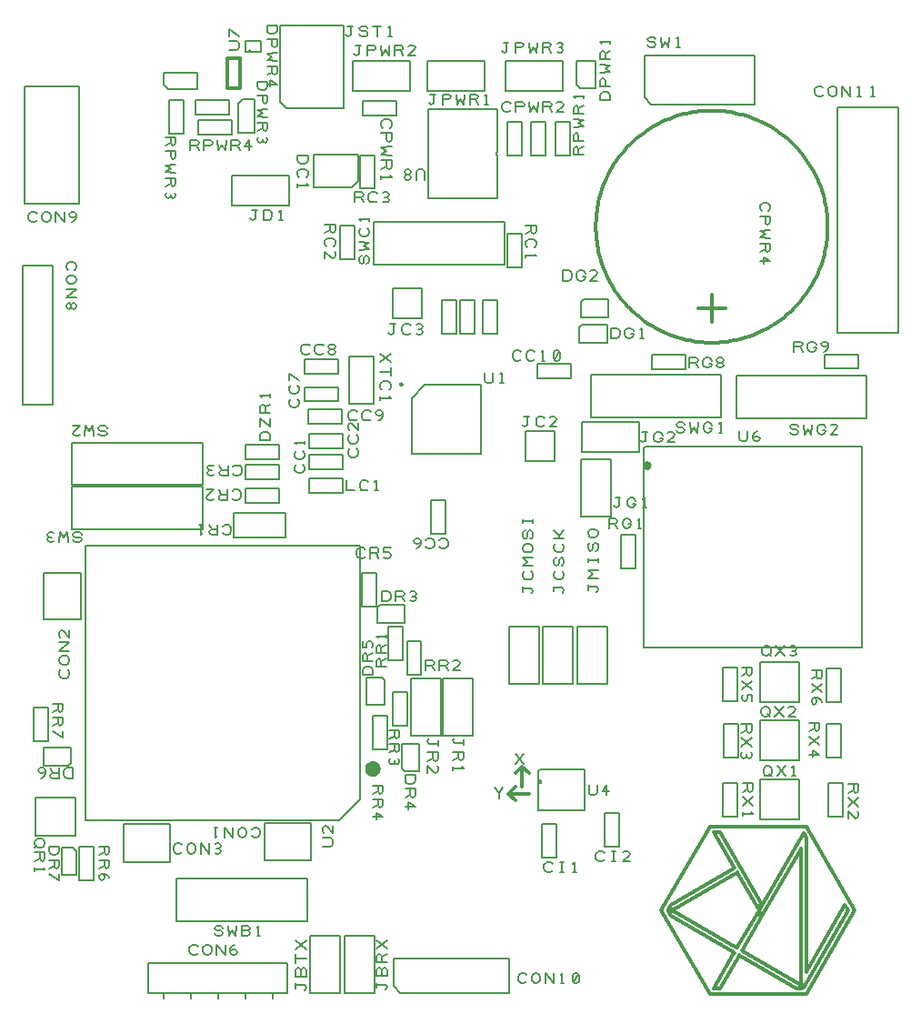
<source format=gto>
%FSLAX35Y35*%
%MOMM*%
G04 EasyPC Gerber Version 18.0.9 Build 3640 *
%ADD11C,0.12700*%
%ADD12C,0.30480*%
%ADD13C,0.35000*%
X0Y0D02*
D02*
D11*
X301250Y7031420D02*
Y5736020D01*
X580650*
Y7031420*
X301250*
X434190Y7454080D02*
X426250Y7446140D01*
X410370Y7438200*
X386560*
X370690Y7446140*
X362750Y7454080*
X354810Y7469950*
Y7501700*
X362750Y7517580*
X370690Y7525520*
X386560Y7533450*
X410370*
X426250Y7525520*
X434190Y7517580*
X481810Y7469950D02*
Y7501700D01*
X489750Y7517580*
X497690Y7525520*
X513560Y7533450*
X529440*
X545310Y7525520*
X553250Y7517580*
X561190Y7501700*
Y7469950*
X553250Y7454080*
X545310Y7446140*
X529440Y7438200*
X513560*
X497690Y7446140*
X489750Y7454080*
X481810Y7469950*
X608810Y7438200D02*
Y7533450D01*
X688190Y7438200*
Y7533450*
X759620Y7438200D02*
X775500Y7446140D01*
X791370Y7462020*
X799310Y7485830*
Y7509640*
X791370Y7525520*
X775500Y7533450*
X759620*
X743750Y7525520*
X735810Y7509640*
X743750Y7493770*
X759620Y7485830*
X775500*
X791370Y7493770*
X799310Y7509640*
X445560Y1696090D02*
X477310D01*
X493190Y1688150*
X501130Y1680210*
X509060Y1664340*
Y1648460*
X501130Y1632590*
X493190Y1624650*
X477310Y1616710*
X445560*
X429690Y1624650*
X421750Y1632590*
X413810Y1648460*
Y1664340*
X421750Y1680210*
X429690Y1688150*
X445560Y1696090*
X437630Y1640530D02*
X413810Y1616710D01*
Y1569090D02*
X509060D01*
Y1513530*
X501130Y1497650*
X485250Y1489710*
X469380Y1497650*
X461440Y1513530*
Y1569090*
Y1513530D02*
X413810Y1489710D01*
Y1426210D02*
Y1394460D01*
Y1410340D02*
X509060D01*
X493190Y1426210*
X405110Y2917420D02*
X539730D01*
Y2605000*
X405110*
Y2917420*
X497580Y3740400D02*
Y4172200D01*
X846830*
Y3740400*
X497580*
X546950Y1626350D02*
X642200D01*
Y1578720*
X634270Y1562850*
X626330Y1554910*
X610450Y1546970*
X578700*
X562830Y1554910*
X554890Y1562850*
X546950Y1578720*
Y1626350*
Y1499350D02*
X642200D01*
Y1443790*
X634270Y1427910*
X618390Y1419970*
X602520Y1427910*
X594580Y1443790*
Y1499350*
Y1443790D02*
X546950Y1419970D01*
Y1372350D02*
X642200Y1308850D01*
Y1372350*
X581820Y2954580D02*
X677070D01*
Y2899020*
X669140Y2883140*
X653260Y2875200*
X637390Y2883140*
X629450Y2899020*
Y2954580*
Y2899020D02*
X581820Y2875200D01*
Y2827580D02*
X677070D01*
Y2772020*
X669140Y2756140*
X653260Y2748200*
X637390Y2756140*
X629450Y2772020*
Y2827580*
Y2772020D02*
X581820Y2748200D01*
Y2700580D02*
X677070Y2637080D01*
Y2700580*
X670130Y1615440D02*
Y1364640D01*
X805380*
Y1581790*
X771730Y1615440*
X670130*
X721940Y6990140D02*
X714000Y6998080D01*
X706060Y7013960*
Y7037770*
X714000Y7053640*
X721940Y7061580*
X737810Y7069520*
X769560*
X785440Y7061580*
X793380Y7053640*
X801310Y7037770*
Y7013960*
X793380Y6998080*
X785440Y6990140*
X737810Y6942520D02*
X769560D01*
X785440Y6934580*
X793380Y6926640*
X801310Y6910770*
Y6894890*
X793380Y6879020*
X785440Y6871080*
X769560Y6863140*
X737810*
X721940Y6871080*
X714000Y6879020*
X706060Y6894890*
Y6910770*
X714000Y6926640*
X721940Y6934580*
X737810Y6942520*
X706060Y6815520D02*
X801310D01*
X706060Y6736140*
X801310*
X753690Y6664710D02*
Y6648830D01*
X761630Y6632960*
X777500Y6625020*
X793380Y6632960*
X801310Y6648830*
Y6664710*
X793380Y6680580*
X777500Y6688520*
X761630Y6680580*
X753690Y6664710*
X745750Y6680580*
X729880Y6688520*
X714000Y6680580*
X706060Y6664710*
Y6648830*
X714000Y6632960*
X729880Y6625020*
X745750Y6632960*
X753690Y6648830*
X748090Y2545460D02*
X492840D01*
Y2377510*
X722690*
X748090Y2402910*
Y2545460*
X721430Y3271710D02*
X729370Y3263770D01*
X737310Y3247890*
Y3224080*
X729370Y3208210*
X721430Y3200270*
X705560Y3192330*
X673810*
X657930Y3200270*
X649990Y3208210*
X642060Y3224080*
Y3247890*
X649990Y3263770*
X657930Y3271710*
X705560Y3319330D02*
X673810D01*
X657930Y3327270*
X649990Y3335210*
X642060Y3351080*
Y3366960*
X649990Y3382830*
X657930Y3390770*
X673810Y3398710*
X705560*
X721430Y3390770*
X729370Y3382830*
X737310Y3366960*
Y3351080*
X729370Y3335210*
X721430Y3327270*
X705560Y3319330*
X737310Y3446330D02*
X642060D01*
X737310Y3525710*
X642060*
X737310Y3636830D02*
Y3573330D01*
X681740Y3628890*
X665870Y3636830*
X649990Y3628890*
X642060Y3613020*
Y3589210*
X649990Y3573330*
X764060Y2357000D02*
Y2261750D01*
X716430*
X700560Y2269680*
X692620Y2277620*
X684680Y2293500*
Y2325250*
X692620Y2341120*
X700560Y2349060*
X716430Y2357000*
X764060*
X637060D02*
Y2261750D01*
X581500*
X565620Y2269680*
X557680Y2285560*
X565620Y2301430*
X581500Y2309370*
X637060*
X581500D02*
X557680Y2357000D01*
X510060Y2333180D02*
X502120Y2317310D01*
X486250Y2309370*
X470370*
X454500Y2317310*
X446560Y2333180*
X454500Y2349060*
X470370Y2357000*
X486250*
X502120Y2349060*
X510060Y2333180*
Y2309370*
X502120Y2285560*
X486250Y2269680*
X470370Y2261750*
X790560Y2082140D02*
Y1722140D01*
X420560*
Y2082140*
X790560*
X824710Y8700090D02*
Y7607890D01*
X316710*
Y8700090*
X824710*
X829890Y1620890D02*
X964510D01*
Y1308470*
X829890*
Y1620890*
X849880Y4529990D02*
X841940Y4545870D01*
X826070Y4553810*
X794320*
X778440Y4545870*
X770500Y4529990*
X778440Y4514120*
X794320Y4506180*
X826070*
X841940Y4498240*
X849880Y4482370*
X841940Y4466490*
X826070Y4458560*
X794320*
X778440Y4466490*
X770500Y4482370*
X722880Y4458560D02*
X714940Y4553810D01*
X683190Y4506180*
X651440Y4553810*
X643500Y4458560*
X587940Y4545870D02*
X572070Y4553810D01*
X556190*
X540320Y4545870*
X532380Y4529990*
X540320Y4514120*
X556190Y4506180*
X572070*
X556190D02*
X540320Y4498240D01*
X532380Y4482370*
X540320Y4466490*
X556190Y4458560*
X572070*
X587940Y4466490*
X885430Y1867950D02*
Y4427950D01*
X3445430*
Y2067950*
X3245430Y1867950*
X885430*
X1012940Y1626350D02*
X1108190D01*
Y1570790*
X1100260Y1554910*
X1084380Y1546970*
X1068510Y1554910*
X1060570Y1570790*
Y1626350*
Y1570790D02*
X1012940Y1546970D01*
Y1499350D02*
X1108190D01*
Y1443790*
X1100260Y1427910*
X1084380Y1419970*
X1068510Y1427910*
X1060570Y1443790*
Y1499350*
Y1443790D02*
X1012940Y1419970D01*
X1036760Y1372350D02*
X1052630Y1364410D01*
X1060570Y1348540*
Y1332660*
X1052630Y1316790*
X1036760Y1308850*
X1020880Y1316790*
X1012940Y1332660*
Y1348540*
X1020880Y1364410*
X1036760Y1372350*
X1060570*
X1084380Y1364410*
X1100260Y1348540*
X1108190Y1332660*
X1087630Y5519030D02*
X1079690Y5534910D01*
X1063820Y5542850*
X1032070*
X1016190Y5534910*
X1008250Y5519030*
X1016190Y5503160*
X1032070Y5495220*
X1063820*
X1079690Y5487280*
X1087630Y5471410*
X1079690Y5455530*
X1063820Y5447600*
X1032070*
X1016190Y5455530*
X1008250Y5471410*
X960630Y5447600D02*
X952690Y5542850D01*
X920940Y5495220*
X889190Y5542850*
X881250Y5447600*
X770130Y5542850D02*
X833630D01*
X778070Y5487280*
X770130Y5471410*
X778070Y5455530*
X793940Y5447600*
X817750*
X833630Y5455530*
X1473350Y256690D02*
X2768750D01*
Y536090*
X1473350*
Y256690*
X1631320Y8229460D02*
X1726570D01*
Y8173900*
X1718640Y8158020*
X1702760Y8150080*
X1686890Y8158020*
X1678950Y8173900*
Y8229460*
Y8173900D02*
X1631320Y8150080D01*
Y8102460D02*
X1726570D01*
Y8046900*
X1718640Y8031020*
X1702760Y8023080*
X1686890Y8031020*
X1678950Y8046900*
Y8102460*
X1726570Y7975460D02*
X1631320Y7967520D01*
X1678950Y7935770*
X1631320Y7904020*
X1726570Y7896080*
X1631320Y7848460D02*
X1726570D01*
Y7792900*
X1718640Y7777020*
X1702760Y7769080*
X1686890Y7777020*
X1678950Y7792900*
Y7848460*
Y7792900D02*
X1631320Y7769080D01*
X1639260Y7713520D02*
X1631320Y7697650D01*
Y7681770*
X1639260Y7665900*
X1655140Y7657960*
X1671010Y7665900*
X1678950Y7681770*
Y7697650*
Y7681770D02*
X1686890Y7665900D01*
X1702760Y7657960*
X1718640Y7665900*
X1726570Y7681770*
Y7697650*
X1718640Y7713520*
X1613050Y269390D02*
Y205890D01*
X1666730Y8570550D02*
X1801350D01*
Y8258130*
X1666730*
Y8570550*
X1676640Y1483270D02*
X1244840D01*
Y1832520*
X1676640*
Y1483270*
X1784210Y1574110D02*
X1776270Y1566170D01*
X1760390Y1558230*
X1736580*
X1720710Y1566170*
X1712770Y1574110*
X1704830Y1589980*
Y1621730*
X1712770Y1637610*
X1720710Y1645550*
X1736580Y1653480*
X1760390*
X1776270Y1645550*
X1784210Y1637610*
X1831830Y1589980D02*
Y1621730D01*
X1839770Y1637610*
X1847710Y1645550*
X1863580Y1653480*
X1879460*
X1895330Y1645550*
X1903270Y1637610*
X1911210Y1621730*
Y1589980*
X1903270Y1574110*
X1895330Y1566170*
X1879460Y1558230*
X1863580*
X1847710Y1566170*
X1839770Y1574110*
X1831830Y1589980*
X1958830Y1558230D02*
Y1653480D01*
X2038210Y1558230*
Y1653480*
X2093770Y1566170D02*
X2109640Y1558230D01*
X2125520*
X2141390Y1566170*
X2149330Y1582050*
X2141390Y1597920*
X2125520Y1605860*
X2109640*
X2125520D02*
X2141390Y1613800D01*
X2149330Y1629670*
X2141390Y1645550*
X2125520Y1653480*
X2109640*
X2093770Y1645550*
X1736910Y931810D02*
X2949760D01*
Y1325510*
X1736910*
Y931810*
X1934150Y632620D02*
X1926210Y624680D01*
X1910330Y616740*
X1886520*
X1870650Y624680*
X1862710Y632620*
X1854770Y648490*
Y680240*
X1862710Y696120*
X1870650Y704060*
X1886520Y711990*
X1910330*
X1926210Y704060*
X1934150Y696120*
X1981770Y648490D02*
Y680240D01*
X1989710Y696120*
X1997650Y704060*
X2013520Y711990*
X2029400*
X2045270Y704060*
X2053210Y696120*
X2061150Y680240*
Y648490*
X2053210Y632620*
X2045270Y624680*
X2029400Y616740*
X2013520*
X1997650Y624680*
X1989710Y632620*
X1981770Y648490*
X2108770Y616740D02*
Y711990D01*
X2188150Y616740*
Y711990*
X2235770Y640560D02*
X2243710Y656430D01*
X2259580Y664370*
X2275460*
X2291330Y656430*
X2299270Y640560*
X2291330Y624680*
X2275460Y616740*
X2259580*
X2243710Y624680*
X2235770Y640560*
Y664370*
X2243710Y688180*
X2259580Y704060*
X2275460Y711990*
X1864280Y8107450D02*
Y8202700D01*
X1919840*
X1935720Y8194770*
X1943660Y8178890*
X1935720Y8163020*
X1919840Y8155080*
X1864280*
X1919840D02*
X1943660Y8107450D01*
X1991280D02*
Y8202700D01*
X2046840*
X2062720Y8194770*
X2070660Y8178890*
X2062720Y8163020*
X2046840Y8155080*
X1991280*
X2118280Y8202700D02*
X2126220Y8107450D01*
X2157970Y8155080*
X2189720Y8107450*
X2197660Y8202700*
X2245280Y8107450D02*
Y8202700D01*
X2300840*
X2316720Y8194770*
X2324660Y8178890*
X2316720Y8163020*
X2300840Y8155080*
X2245280*
X2300840D02*
X2324660Y8107450D01*
X2411970D02*
Y8202700D01*
X2372280Y8139200*
X2435780*
X1867050Y269390D02*
Y205890D01*
X1927540Y8675490D02*
Y8826290D01*
X1616740*
Y8719140*
X1660390Y8675490*
X1927540*
X1933430Y8251780D02*
Y8386400D01*
X2245850*
Y8251780*
X1933430*
X1975800Y4974180D02*
X762950D01*
Y4580480*
X1975800*
Y4974180*
Y5383110D02*
X762950D01*
Y4989410*
X1975800*
Y5383110*
X2086180Y818080D02*
X2094120Y802200D01*
X2109990Y794260*
X2141740*
X2157620Y802200*
X2165560Y818080*
X2157620Y833950*
X2141740Y841890*
X2109990*
X2094120Y849830*
X2086180Y865700*
X2094120Y881580*
X2109990Y889510*
X2141740*
X2157620Y881580*
X2165560Y865700*
X2213180Y889510D02*
X2221120Y794260D01*
X2252870Y841890*
X2284620Y794260*
X2292560Y889510*
X2395740Y841890D02*
X2411620Y833950D01*
X2419560Y818080*
X2411620Y802200*
X2395740Y794260*
X2340180*
Y889510*
X2395740*
X2411620Y881580*
X2419560Y865700*
X2411620Y849830*
X2395740Y841890*
X2340180*
X2483060Y794260D02*
X2514810D01*
X2498930D02*
Y889510D01*
X2483060Y873640*
X2121050Y269390D02*
Y205890D01*
X2220450Y8576900D02*
Y8442280D01*
X1908030*
Y8576900*
X2220450*
X2165300Y4607670D02*
X2173240Y4615610D01*
X2189120Y4623550*
X2212930*
X2228800Y4615610*
X2236740Y4607670*
X2244680Y4591800*
Y4560050*
X2236740Y4544170*
X2228800Y4536230*
X2212930Y4528300*
X2189120*
X2173240Y4536230*
X2165300Y4544170*
X2117680Y4623550D02*
Y4528300D01*
X2062120*
X2046240Y4536230*
X2038300Y4552110*
X2046240Y4567980*
X2062120Y4575920*
X2117680*
X2062120D02*
X2038300Y4623550D01*
X1974800D02*
X1943050D01*
X1958930D02*
Y4528300D01*
X1974800Y4544170*
X2250600Y7588900D02*
X2784000D01*
Y7868300*
X2250600*
Y7588900*
X2306340Y8271640D02*
X2457140D01*
Y8582440*
X2349990*
X2306340Y8538790*
Y8271640*
X2254060Y4931010D02*
X2262000Y4938950D01*
X2277880Y4946890*
X2301690*
X2317560Y4938950*
X2325500Y4931010*
X2333440Y4915140*
Y4883390*
X2325500Y4867510*
X2317560Y4859570*
X2301690Y4851640*
X2277880*
X2262000Y4859570*
X2254060Y4867510*
X2206440Y4946890D02*
Y4851640D01*
X2150880*
X2135000Y4859570*
X2127060Y4875450*
X2135000Y4891320*
X2150880Y4899260*
X2206440*
X2150880D02*
X2127060Y4946890D01*
X2015940D02*
X2079440D01*
X2023880Y4891320*
X2015940Y4875450*
X2023880Y4859570*
X2039750Y4851640*
X2063560*
X2079440Y4859570*
X2260400Y5159250D02*
X2268340Y5167190D01*
X2284220Y5175130*
X2308030*
X2323900Y5167190*
X2331840Y5159250*
X2339780Y5143380*
Y5111630*
X2331840Y5095750*
X2323900Y5087810*
X2308030Y5079880*
X2284220*
X2268340Y5087810*
X2260400Y5095750*
X2212780Y5175130D02*
Y5079880D01*
X2157220*
X2141340Y5087810*
X2133400Y5103690*
X2141340Y5119560*
X2157220Y5127500*
X2212780*
X2157220D02*
X2133400Y5175130D01*
X2077840Y5167190D02*
X2061970Y5175130D01*
X2046090*
X2030220Y5167190*
X2022280Y5151310*
X2030220Y5135440*
X2046090Y5127500*
X2061970*
X2046090D02*
X2030220Y5119560D01*
X2022280Y5103690*
X2030220Y5087810*
X2046090Y5079880*
X2061970*
X2077840Y5087810*
X2224580Y9042990D02*
X2296010D01*
X2311890Y9050930*
X2319830Y9066800*
Y9098550*
X2311890Y9114430*
X2296010Y9122370*
X2224580*
X2319830Y9169990D02*
X2224580Y9233490D01*
Y9169990*
X2375050Y269390D02*
Y205890D01*
X2378460Y4821760D02*
Y4956380D01*
X2690880*
Y4821760*
X2378460*
Y5043660D02*
Y5178280D01*
X2690880*
Y5043660*
X2378460*
X2378660Y9025840D02*
X2516460D01*
Y9123640*
X2378660*
Y9025840*
X2407210Y9033190D02*
X2407570Y9030920D01*
X2408610Y9028870*
X2410240Y9027240*
X2412290Y9026200*
X2414560Y9025840*
X2416830Y9026200*
X2418880Y9027240*
X2420510Y9028870*
X2421550Y9030920*
X2421910Y9033190*
X2421550Y9035460*
X2420510Y9037510*
X2418880Y9039140*
X2416830Y9040180*
X2414560Y9040540*
X2412290Y9040180*
X2410240Y9039140*
X2408610Y9037510*
X2407570Y9035460*
X2407210Y9033190*
G36*
X2407570Y9030920*
X2408610Y9028870*
X2410240Y9027240*
X2412290Y9026200*
X2414560Y9025840*
X2416830Y9026200*
X2418880Y9027240*
X2420510Y9028870*
X2421550Y9030920*
X2421910Y9033190*
X2421550Y9035460*
X2420510Y9037510*
X2418880Y9039140*
X2416830Y9040180*
X2414560Y9040540*
X2412290Y9040180*
X2410240Y9039140*
X2408610Y9037510*
X2407570Y9035460*
X2407210Y9033190*
G37*
X2419030Y7473480D02*
X2426970Y7465540D01*
X2442840Y7457600*
X2458720Y7465540*
X2466660Y7473480*
Y7552850*
X2482530*
X2466660D02*
X2434910D01*
X2546030Y7457600D02*
Y7552850D01*
X2593660*
X2609530Y7544920*
X2617470Y7536980*
X2625410Y7521100*
Y7489350*
X2617470Y7473480*
X2609530Y7465540*
X2593660Y7457600*
X2546030*
X2688910D02*
X2720660D01*
X2704780D02*
Y7552850D01*
X2688910Y7536980*
X2487220Y8746170D02*
X2582470D01*
Y8698540*
X2574540Y8682670*
X2566600Y8674730*
X2550720Y8666790*
X2518970*
X2503100Y8674730*
X2495160Y8682670*
X2487220Y8698540*
Y8746170*
Y8619170D02*
X2582470D01*
Y8563610*
X2574540Y8547730*
X2558660Y8539790*
X2542790Y8547730*
X2534850Y8563610*
Y8619170*
X2582470Y8492170D02*
X2487220Y8484230D01*
X2534850Y8452480*
X2487220Y8420730*
X2582470Y8412790*
X2487220Y8365170D02*
X2582470D01*
Y8309610*
X2574540Y8293730*
X2558660Y8285790*
X2542790Y8293730*
X2534850Y8309610*
Y8365170*
Y8309610D02*
X2487220Y8285790D01*
X2495160Y8230230D02*
X2487220Y8214360D01*
Y8198480*
X2495160Y8182610*
X2511040Y8174670*
X2526910Y8182610*
X2534850Y8198480*
Y8214360*
Y8198480D02*
X2542790Y8182610D01*
X2558660Y8174670*
X2574540Y8182610*
X2582470Y8198480*
Y8214360*
X2574540Y8230230*
X2433800Y1786370D02*
X2441740Y1794310D01*
X2457620Y1802250*
X2481430*
X2497300Y1794310*
X2505240Y1786370*
X2513180Y1770500*
Y1738750*
X2505240Y1722870*
X2497300Y1714930*
X2481430Y1707000*
X2457620*
X2441740Y1714930*
X2433800Y1722870*
X2386180Y1770500D02*
Y1738750D01*
X2378240Y1722870*
X2370300Y1714930*
X2354430Y1707000*
X2338550*
X2322680Y1714930*
X2314740Y1722870*
X2306800Y1738750*
Y1770500*
X2314740Y1786370*
X2322680Y1794310*
X2338550Y1802250*
X2354430*
X2370300Y1794310*
X2378240Y1786370*
X2386180Y1770500*
X2259180Y1802250D02*
Y1707000D01*
X2179800Y1802250*
Y1707000*
X2116300Y1802250D02*
X2084550D01*
X2100430D02*
Y1707000D01*
X2116300Y1722870*
X2575980Y9269220D02*
X2671230D01*
Y9221590*
X2663300Y9205720*
X2655360Y9197780*
X2639480Y9189840*
X2607730*
X2591860Y9197780*
X2583920Y9205720*
X2575980Y9221590*
Y9269220*
Y9142220D02*
X2671230D01*
Y9086660*
X2663300Y9070780*
X2647420Y9062840*
X2631550Y9070780*
X2623610Y9086660*
Y9142220*
X2671230Y9015220D02*
X2575980Y9007280D01*
X2623610Y8975530*
X2575980Y8943780*
X2671230Y8935840*
X2575980Y8888220D02*
X2671230D01*
Y8832660*
X2663300Y8816780*
X2647420Y8808840*
X2631550Y8816780*
X2623610Y8832660*
Y8888220*
Y8832660D02*
X2575980Y8808840D01*
Y8721530D02*
X2671230D01*
X2607730Y8761220*
Y8697720*
X2629050Y269390D02*
Y205890D01*
X2607610Y5408160D02*
X2512360D01*
Y5455790*
X2520290Y5471660*
X2528230Y5479600*
X2544110Y5487540*
X2575860*
X2591730Y5479600*
X2599670Y5471660*
X2607610Y5455790*
Y5408160*
X2512360Y5535160D02*
Y5614540D01*
X2607610Y5535160*
Y5614540*
Y5662160D02*
X2512360D01*
Y5717720*
X2520290Y5733600*
X2536170Y5741540*
X2552040Y5733600*
X2559980Y5717720*
Y5662160*
Y5717720D02*
X2607610Y5741540D01*
Y5805040D02*
Y5836790D01*
Y5820910D02*
X2512360D01*
X2528230Y5805040*
X2690880Y5367690D02*
Y5233070D01*
X2378460*
Y5367690*
X2690880*
X2694490Y9271590D02*
X3291390D01*
Y8496890*
X2757990*
X2694490Y8560390*
Y9271590*
X2746290Y4734330D02*
X2269290D01*
Y4503330*
X2746290*
Y4734330*
X2862750Y8061670D02*
X2958000D01*
Y8014040*
X2950070Y7998170*
X2942130Y7990230*
X2926250Y7982290*
X2894500*
X2878630Y7990230*
X2870690Y7998170*
X2862750Y8014040*
Y8061670*
X2878630Y7855290D02*
X2870690Y7863230D01*
X2862750Y7879110*
Y7902920*
X2870690Y7918790*
X2878630Y7926730*
X2894500Y7934670*
X2926250*
X2942130Y7926730*
X2950070Y7918790*
X2958000Y7902920*
Y7879110*
X2950070Y7863230*
X2942130Y7855290*
X2862750Y7791790D02*
Y7760040D01*
Y7775920D02*
X2958000D01*
X2942130Y7791790*
X2976200Y6221670D02*
X2968260Y6213730D01*
X2952380Y6205790*
X2928570*
X2912700Y6213730*
X2904760Y6221670*
X2896820Y6237540*
Y6269290*
X2904760Y6285170*
X2912700Y6293110*
X2928570Y6301040*
X2952380*
X2968260Y6293110*
X2976200Y6285170*
X3103200Y6221670D02*
X3095260Y6213730D01*
X3079380Y6205790*
X3055570*
X3039700Y6213730*
X3031760Y6221670*
X3023820Y6237540*
Y6269290*
X3031760Y6285170*
X3039700Y6293110*
X3055570Y6301040*
X3079380*
X3095260Y6293110*
X3103200Y6285170*
X3174630Y6253420D02*
X3190510D01*
X3206380Y6261360*
X3214320Y6277230*
X3206380Y6293110*
X3190510Y6301040*
X3174630*
X3158760Y6293110*
X3150820Y6277230*
X3158760Y6261360*
X3174630Y6253420*
X3158760Y6245480*
X3150820Y6229610*
X3158760Y6213730*
X3174630Y6205790*
X3190510*
X3206380Y6213730*
X3214320Y6229610*
X3206380Y6245480*
X3190510Y6253420*
X2862020Y5791860D02*
X2869960Y5783920D01*
X2877900Y5768040*
Y5744230*
X2869960Y5728360*
X2862020Y5720420*
X2846150Y5712480*
X2814400*
X2798520Y5720420*
X2790580Y5728360*
X2782650Y5744230*
Y5768040*
X2790580Y5783920*
X2798520Y5791860*
X2862020Y5918860D02*
X2869960Y5910920D01*
X2877900Y5895040*
Y5871230*
X2869960Y5855360*
X2862020Y5847420*
X2846150Y5839480*
X2814400*
X2798520Y5847420*
X2790580Y5855360*
X2782650Y5871230*
Y5895040*
X2790580Y5910920*
X2798520Y5918860*
X2877900Y5966480D02*
X2782650Y6029980D01*
Y5966480*
X2931110Y5767960D02*
Y5902580D01*
X3243530*
Y5767960*
X2931110*
Y6025770D02*
Y6160390D01*
X3243530*
Y6025770*
X2931110*
X2911900Y5180050D02*
X2919840Y5172110D01*
X2927780Y5156230*
Y5132420*
X2919840Y5116550*
X2911900Y5108610*
X2896030Y5100670*
X2864280*
X2848400Y5108610*
X2840460Y5116550*
X2832530Y5132420*
Y5156230*
X2840460Y5172110*
X2848400Y5180050*
X2911900Y5307050D02*
X2919840Y5299110D01*
X2927780Y5283230*
Y5259420*
X2919840Y5243550*
X2911900Y5235610*
X2896030Y5227670*
X2864280*
X2848400Y5235610*
X2840460Y5243550*
X2832530Y5259420*
Y5283230*
X2840460Y5299110*
X2848400Y5307050*
X2927780Y5370550D02*
Y5402300D01*
Y5386420D02*
X2832530D01*
X2848400Y5370550*
X2924580Y288610D02*
X2932520Y296550D01*
X2940460Y312420*
X2932520Y328300*
X2924580Y336240*
X2845210*
Y352110*
Y336240D02*
Y304490D01*
X2892830Y471170D02*
X2900770Y487050D01*
X2916640Y494990*
X2932520Y487050*
X2940460Y471170*
Y415610*
X2845210*
Y471170*
X2853140Y487050*
X2869020Y494990*
X2884890Y487050*
X2892830Y471170*
Y415610*
X2940460Y582300D02*
X2845210D01*
Y542610D02*
Y621990D01*
X2940460Y669610D02*
X2845210Y748990D01*
Y669610D02*
X2940460Y748990D01*
X2966340Y4916070D02*
Y5050690D01*
X3278760*
Y4916070*
X2966340*
Y5140280D02*
Y5274900D01*
X3278760*
Y5140280*
X2966340*
Y5330780D02*
Y5465400D01*
X3278760*
Y5330780*
X2966340*
X2982680Y1492780D02*
X2550880D01*
Y1842030*
X2982680*
Y1492780*
X3011840Y8067370D02*
X3424690D01*
Y7820370*
X3425040*
X3367890Y7763220*
X3011840*
Y8067370*
X3116750Y7418200D02*
X3212000D01*
Y7362640*
X3204070Y7346760*
X3188190Y7338820*
X3172320Y7346760*
X3164380Y7362640*
Y7418200*
Y7362640D02*
X3116750Y7338820D01*
X3132630Y7211820D02*
X3124690Y7219760D01*
X3116750Y7235640*
Y7259450*
X3124690Y7275320*
X3132630Y7283260*
X3148500Y7291200*
X3180250*
X3196130Y7283260*
X3204070Y7275320*
X3212000Y7259450*
Y7235640*
X3204070Y7219760*
X3196130Y7211820*
X3116750Y7100700D02*
Y7164200D01*
X3172320Y7108640*
X3188190Y7100700*
X3204070Y7108640*
X3212000Y7124510*
Y7148320*
X3204070Y7164200*
X3094690Y1627260D02*
X3166120D01*
X3182000Y1635200*
X3189940Y1651070*
Y1682820*
X3182000Y1698700*
X3166120Y1706640*
X3094690*
X3189940Y1817760D02*
Y1754260D01*
X3134370Y1809820*
X3118500Y1817760*
X3102620Y1809820*
X3094690Y1793950*
Y1770140*
X3102620Y1754260*
X3256130Y259660D02*
Y793060D01*
X2976730*
Y259660*
X3256130*
X3272640Y5694000D02*
Y5559380D01*
X2960220*
Y5694000*
X3272640*
X3308840Y9184280D02*
X3316780Y9176340D01*
X3332650Y9168400*
X3348530Y9176340*
X3356470Y9184280*
Y9263650*
X3372340*
X3356470D02*
X3324720D01*
X3435840Y9192220D02*
X3443780Y9176340D01*
X3459650Y9168400*
X3491400*
X3507280Y9176340*
X3515220Y9192220*
X3507280Y9208090*
X3491400Y9216030*
X3459650*
X3443780Y9223970*
X3435840Y9239840*
X3443780Y9255720*
X3459650Y9263650*
X3491400*
X3507280Y9255720*
X3515220Y9239840*
X3602530Y9168400D02*
Y9263650D01*
X3562840D02*
X3642220D01*
X3705720Y9168400D02*
X3737470D01*
X3721590D02*
Y9263650D01*
X3705720Y9247780*
X3312970Y5033880D02*
Y4938630D01*
X3392350*
X3519350Y4954510D02*
X3511410Y4946570D01*
X3495530Y4938630*
X3471720*
X3455850Y4946570*
X3447910Y4954510*
X3439970Y4970380*
Y5002130*
X3447910Y5018010*
X3455850Y5025950*
X3471720Y5033880*
X3495530*
X3511410Y5025950*
X3519350Y5018010*
X3582850Y4938630D02*
X3614600D01*
X3598720D02*
Y5033880D01*
X3582850Y5018010*
X3414540Y5606350D02*
X3406600Y5598410D01*
X3390720Y5590470*
X3366910*
X3351040Y5598410*
X3343100Y5606350*
X3335160Y5622220*
Y5653970*
X3343100Y5669850*
X3351040Y5677790*
X3366910Y5685720*
X3390720*
X3406600Y5677790*
X3414540Y5669850*
X3541540Y5606350D02*
X3533600Y5598410D01*
X3517720Y5590470*
X3493910*
X3478040Y5598410*
X3470100Y5606350*
X3462160Y5622220*
Y5653970*
X3470100Y5669850*
X3478040Y5677790*
X3493910Y5685720*
X3517720*
X3533600Y5677790*
X3541540Y5669850*
X3612970Y5590470D02*
X3628850Y5598410D01*
X3644720Y5614290*
X3652660Y5638100*
Y5661910*
X3644720Y5677790*
X3628850Y5685720*
X3612970*
X3597100Y5677790*
X3589160Y5661910*
X3597100Y5646040*
X3612970Y5638100*
X3628850*
X3644720Y5646040*
X3652660Y5661910*
X3342720Y6186480D02*
Y5745680D01*
X3568520*
Y6186480*
X3342720*
X3372340Y8661990D02*
X3905740D01*
Y8941390*
X3372340*
Y8661990*
X3385040Y9006480D02*
X3392980Y8998540D01*
X3408850Y8990600*
X3424730Y8998540*
X3432670Y9006480*
Y9085850*
X3448540*
X3432670D02*
X3400920D01*
X3512040Y8990600D02*
Y9085850D01*
X3567600*
X3583480Y9077920*
X3591420Y9062040*
X3583480Y9046170*
X3567600Y9038230*
X3512040*
X3639040Y9085850D02*
X3646980Y8990600D01*
X3678730Y9038230*
X3710480Y8990600*
X3718420Y9085850*
X3766040Y8990600D02*
Y9085850D01*
X3821600*
X3837480Y9077920*
X3845420Y9062040*
X3837480Y9046170*
X3821600Y9038230*
X3766040*
X3821600D02*
X3845420Y8990600D01*
X3956540D02*
X3893040D01*
X3948600Y9046170*
X3956540Y9062040*
X3948600Y9077920*
X3932730Y9085850*
X3908920*
X3893040Y9077920*
X3388850Y7096890D02*
X3254230D01*
Y7409310*
X3388850*
Y7096890*
X3395390Y7622440D02*
Y7717690D01*
X3450950*
X3466830Y7709760*
X3474770Y7693880*
X3466830Y7678010*
X3450950Y7670070*
X3395390*
X3450950D02*
X3474770Y7622440D01*
X3601770Y7638320D02*
X3593830Y7630380D01*
X3577950Y7622440*
X3554140*
X3538270Y7630380*
X3530330Y7638320*
X3522390Y7654190*
Y7685940*
X3530330Y7701820*
X3538270Y7709760*
X3554140Y7717690*
X3577950*
X3593830Y7709760*
X3601770Y7701820*
X3657330Y7630380D02*
X3673200Y7622440D01*
X3689080*
X3704950Y7630380*
X3712890Y7646260*
X3704950Y7662130*
X3689080Y7670070*
X3673200*
X3689080D02*
X3704950Y7678010D01*
X3712890Y7693880*
X3704950Y7709760*
X3689080Y7717690*
X3673200*
X3657330Y7709760*
X3489800Y4326730D02*
X3481860Y4318790D01*
X3465980Y4310850*
X3442170*
X3426300Y4318790*
X3418360Y4326730*
X3410420Y4342600*
Y4374350*
X3418360Y4390230*
X3426300Y4398170*
X3442170Y4406100*
X3465980*
X3481860Y4398170*
X3489800Y4390230*
X3537420Y4310850D02*
Y4406100D01*
X3592980*
X3608860Y4398170*
X3616800Y4382290*
X3608860Y4366420*
X3592980Y4358480*
X3537420*
X3592980D02*
X3616800Y4310850D01*
X3664420Y4318790D02*
X3680300Y4310850D01*
X3704110*
X3719980Y4318790*
X3727920Y4334670*
Y4342600*
X3719980Y4358480*
X3704110Y4366420*
X3664420*
Y4406100*
X3727920*
X3409590Y5329040D02*
X3417530Y5321100D01*
X3425470Y5305220*
Y5281410*
X3417530Y5265540*
X3409590Y5257600*
X3393720Y5249660*
X3361970*
X3346090Y5257600*
X3338150Y5265540*
X3330220Y5281410*
Y5305220*
X3338150Y5321100*
X3346090Y5329040*
X3409590Y5456040D02*
X3417530Y5448100D01*
X3425470Y5432220*
Y5408410*
X3417530Y5392540*
X3409590Y5384600*
X3393720Y5376660*
X3361970*
X3346090Y5384600*
X3338150Y5392540*
X3330220Y5408410*
Y5432220*
X3338150Y5448100*
X3346090Y5456040*
X3425470Y5567160D02*
Y5503660D01*
X3369900Y5559220*
X3354030Y5567160*
X3338150Y5559220*
X3330220Y5543350*
Y5519540*
X3338150Y5503660*
X3461220Y4172740D02*
X3595840D01*
Y3860320*
X3461220*
Y4172740*
X3470130Y8429580D02*
Y8564200D01*
X3782550*
Y8429580*
X3470130*
X3498930Y2347950D02*
X3499330Y2340840D01*
X3500520Y2333820*
X3502490Y2326980*
X3505210Y2320400*
X3508650Y2314170*
X3512770Y2308360*
X3517510Y2303050*
X3522820Y2298300*
X3528630Y2294180*
X3534860Y2290730*
X3541440Y2288000*
X3548280Y2286030*
X3555300Y2284840*
X3562410Y2284440*
X3569520Y2284840*
X3576540Y2286030*
X3583380Y2288000*
X3589960Y2290720*
X3596190Y2294160*
X3602000Y2298280*
X3607310Y2303020*
X3612060Y2308330*
X3616180Y2314140*
X3619630Y2320370*
X3622360Y2326950*
X3624330Y2333790*
X3625530Y2340810*
X3625930Y2347950*
X3625530Y2355060*
X3624340Y2362080*
X3622370Y2368920*
X3619650Y2375500*
X3616210Y2381730*
X3612090Y2387540*
X3607350Y2392850*
X3602040Y2397600*
X3596230Y2401720*
X3590000Y2405170*
X3583420Y2407900*
X3576580Y2409870*
X3569560Y2411060*
X3562450Y2411460*
X3555340Y2411060*
X3548320Y2409870*
X3541480Y2407900*
X3534900Y2405180*
X3528670Y2401740*
X3522860Y2397620*
X3517550Y2392880*
X3512800Y2387570*
X3508680Y2381760*
X3505230Y2375530*
X3502500Y2368950*
X3500530Y2362110*
X3499330Y2355090*
X3498930Y2347950*
G36*
X3499330Y2340840*
X3500520Y2333820*
X3502490Y2326980*
X3505210Y2320400*
X3508650Y2314170*
X3512770Y2308360*
X3517510Y2303050*
X3522820Y2298300*
X3528630Y2294180*
X3534860Y2290730*
X3541440Y2288000*
X3548280Y2286030*
X3555300Y2284840*
X3562410Y2284440*
X3569520Y2284840*
X3576540Y2286030*
X3583380Y2288000*
X3589960Y2290720*
X3596190Y2294160*
X3602000Y2298280*
X3607310Y2303020*
X3612060Y2308330*
X3616180Y2314140*
X3619630Y2320370*
X3622360Y2326950*
X3624330Y2333790*
X3625530Y2340810*
X3625930Y2347950*
X3625530Y2355060*
X3624340Y2362080*
X3622370Y2368920*
X3619650Y2375500*
X3616210Y2381730*
X3612090Y2387540*
X3607350Y2392850*
X3602040Y2397600*
X3596230Y2401720*
X3590000Y2405170*
X3583420Y2407900*
X3576580Y2409870*
X3569560Y2411060*
X3562450Y2411460*
X3555340Y2411060*
X3548320Y2409870*
X3541480Y2407900*
X3534900Y2405180*
X3528670Y2401740*
X3522860Y2397620*
X3517550Y2392880*
X3512800Y2387570*
X3508680Y2381760*
X3505230Y2375530*
X3502500Y2368950*
X3500530Y2362110*
X3499330Y2355090*
X3498930Y2347950*
G37*
X3503360Y3198550D02*
Y2943300D01*
X3671310*
Y3173150*
X3645910Y3198550*
X3503360*
X3561850Y2193780D02*
X3657100D01*
Y2138220*
X3649170Y2122340*
X3633290Y2114400*
X3617420Y2122340*
X3609480Y2138220*
Y2193780*
Y2138220D02*
X3561850Y2114400D01*
Y2066780D02*
X3657100D01*
Y2011220*
X3649170Y1995340*
X3633290Y1987400*
X3617420Y1995340*
X3609480Y2011220*
Y2066780*
Y2011220D02*
X3561850Y1987400D01*
Y1900090D02*
X3657100D01*
X3593600Y1939780*
Y1876280*
X3505010Y7049090D02*
X3520890Y7057030D01*
X3528830Y7072900*
Y7104650*
X3520890Y7120530*
X3505010Y7128470*
X3489140Y7120530*
X3481200Y7104650*
Y7072900*
X3473260Y7057030*
X3457390Y7049090*
X3441510Y7057030*
X3433580Y7072900*
Y7104650*
X3441510Y7120530*
X3457390Y7128470*
X3433580Y7176090D02*
X3528830Y7184030D01*
X3481200Y7215780*
X3528830Y7247530*
X3433580Y7255470*
X3512950Y7382470D02*
X3520890Y7374530D01*
X3528830Y7358650*
Y7334840*
X3520890Y7318970*
X3512950Y7311030*
X3497080Y7303090*
X3465330*
X3449450Y7311030*
X3441510Y7318970*
X3433580Y7334840*
Y7358650*
X3441510Y7374530*
X3449450Y7382470*
X3528830Y7445970D02*
Y7477720D01*
Y7461840D02*
X3433580D01*
X3449450Y7445970*
X3572740Y7042740D02*
X4785590D01*
Y7436440*
X3572740*
Y7042740*
X3576300Y259660D02*
Y793060D01*
X3296900*
Y259660*
X3576300*
X3579350Y7749910D02*
X3444730D01*
Y8062330*
X3579350*
Y7749910*
X3561780Y3220860D02*
X3466530D01*
Y3268490*
X3474460Y3284360*
X3482400Y3292300*
X3498280Y3300240*
X3530030*
X3545900Y3292300*
X3553840Y3284360*
X3561780Y3268490*
Y3220860*
Y3347860D02*
X3466530D01*
Y3403420*
X3474460Y3419300*
X3490340Y3427240*
X3506210Y3419300*
X3514150Y3403420*
Y3347860*
Y3403420D02*
X3561780Y3427240D01*
X3553840Y3474860D02*
X3561780Y3490740D01*
Y3514550*
X3553840Y3530420*
X3537960Y3538360*
X3530030*
X3514150Y3530420*
X3506210Y3514550*
Y3474860*
X3466530*
Y3538360*
X3604730Y3709230D02*
X3859980D01*
Y3877180*
X3630130*
X3604730Y3851780*
Y3709230*
X3631830Y6211880D02*
X3727080Y6132500D01*
Y6211880D02*
X3631830Y6132500D01*
Y6045190D02*
X3727080D01*
Y6084880D02*
Y6005500D01*
X3647710Y5878500D02*
X3639770Y5886440D01*
X3631830Y5902320*
Y5926130*
X3639770Y5942000*
X3647710Y5949940*
X3663580Y5957880*
X3695330*
X3711210Y5949940*
X3719150Y5942000*
X3727080Y5926130*
Y5902320*
X3719150Y5886440*
X3711210Y5878500*
X3631830Y5815000D02*
Y5783250D01*
Y5799130D02*
X3727080D01*
X3711210Y5815000*
X3656980Y8314920D02*
X3649040Y8322860D01*
X3641100Y8338740*
Y8362550*
X3649040Y8378420*
X3656980Y8386360*
X3672850Y8394300*
X3704600*
X3720480Y8386360*
X3728420Y8378420*
X3736350Y8362550*
Y8338740*
X3728420Y8322860*
X3720480Y8314920*
X3641100Y8267300D02*
X3736350D01*
Y8211740*
X3728420Y8195860*
X3712540Y8187920*
X3696670Y8195860*
X3688730Y8211740*
Y8267300*
X3736350Y8140300D02*
X3641100Y8132360D01*
X3688730Y8100610*
X3641100Y8068860*
X3736350Y8060920*
X3641100Y8013300D02*
X3736350D01*
Y7957740*
X3728420Y7941860*
X3712540Y7933920*
X3696670Y7941860*
X3688730Y7957740*
Y8013300*
Y7957740D02*
X3641100Y7933920D01*
Y7870420D02*
Y7838670D01*
Y7854550D02*
X3736350D01*
X3720480Y7870420*
X3648990Y3907200D02*
Y4002450D01*
X3696620*
X3712490Y3994520*
X3720430Y3986580*
X3728370Y3970700*
Y3938950*
X3720430Y3923080*
X3712490Y3915140*
X3696620Y3907200*
X3648990*
X3775990D02*
Y4002450D01*
X3831550*
X3847430Y3994520*
X3855370Y3978640*
X3847430Y3962770*
X3831550Y3954830*
X3775990*
X3831550D02*
X3855370Y3907200D01*
X3910930Y3915140D02*
X3926800Y3907200D01*
X3942680*
X3958550Y3915140*
X3966490Y3931020*
X3958550Y3946890*
X3942680Y3954830*
X3926800*
X3942680D02*
X3958550Y3962770D01*
X3966490Y3978640*
X3958550Y3994520*
X3942680Y4002450*
X3926800*
X3910930Y3994520*
X3714010Y2707320D02*
X3809260D01*
Y2651760*
X3801330Y2635880*
X3785450Y2627940*
X3769580Y2635880*
X3761640Y2651760*
Y2707320*
Y2651760D02*
X3714010Y2627940D01*
Y2580320D02*
X3809260D01*
Y2524760*
X3801330Y2508880*
X3785450Y2500940*
X3769580Y2508880*
X3761640Y2524760*
Y2580320*
Y2524760D02*
X3714010Y2500940D01*
X3721950Y2445380D02*
X3714010Y2429510D01*
Y2413630*
X3721950Y2397760*
X3737830Y2389820*
X3753700Y2397760*
X3761640Y2413630*
Y2429510*
Y2413630D02*
X3769580Y2397760D01*
X3785450Y2389820*
X3801330Y2397760*
X3809260Y2413630*
Y2429510*
X3801330Y2445380*
X3697280Y2528920D02*
X3562660D01*
Y2841340*
X3697280*
Y2528920*
X3708480Y3668710D02*
X3843100D01*
Y3356290*
X3708480*
Y3668710*
X3708940Y6408360D02*
X3716880Y6400420D01*
X3732750Y6392480*
X3748630Y6400420*
X3756570Y6408360*
Y6487730*
X3772440*
X3756570D02*
X3724820D01*
X3915320Y6408360D02*
X3907380Y6400420D01*
X3891500Y6392480*
X3867690*
X3851820Y6400420*
X3843880Y6408360*
X3835940Y6424230*
Y6455980*
X3843880Y6471860*
X3851820Y6479800*
X3867690Y6487730*
X3891500*
X3907380Y6479800*
X3915320Y6471860*
X3970880Y6400420D02*
X3986750Y6392480D01*
X4002630*
X4018500Y6400420*
X4026440Y6416300*
X4018500Y6432170*
X4002630Y6440110*
X3986750*
X4002630D02*
X4018500Y6448050D01*
X4026440Y6463920*
X4018500Y6479800*
X4002630Y6487730*
X3986750*
X3970880Y6479800*
X3688580Y3296940D02*
X3593330D01*
Y3352500*
X3601260Y3368380*
X3617140Y3376320*
X3633010Y3368380*
X3640950Y3352500*
Y3296940*
Y3352500D02*
X3688580Y3376320D01*
Y3423940D02*
X3593330D01*
Y3479500*
X3601260Y3495380*
X3617140Y3503320*
X3633010Y3495380*
X3640950Y3479500*
Y3423940*
Y3479500D02*
X3688580Y3503320D01*
Y3566820D02*
Y3598570D01*
Y3582690D02*
X3593330D01*
X3609200Y3566820*
X3679040Y291780D02*
X3686980Y299720D01*
X3694920Y315590*
X3686980Y331470*
X3679040Y339410*
X3599670*
Y355280*
Y339410D02*
Y307660D01*
X3647290Y474340D02*
X3655230Y490220D01*
X3671100Y498160*
X3686980Y490220*
X3694920Y474340*
Y418780*
X3599670*
Y474340*
X3607600Y490220*
X3623480Y498160*
X3639350Y490220*
X3647290Y474340*
Y418780*
X3694920Y545780D02*
X3599670D01*
Y601340*
X3607600Y617220*
X3623480Y625160*
X3639350Y617220*
X3647290Y601340*
Y545780*
Y601340D02*
X3694920Y625160D01*
Y672780D02*
X3599670Y752160D01*
Y672780D02*
X3694920Y752160D01*
X3747040Y6539630D02*
X4020090D01*
Y6819030*
X3747040*
Y6539630*
X3756170Y580250D02*
X4835170D01*
Y263250*
X3819670*
X3756170Y326750*
Y580250*
X3826140Y5939790D02*
X3823240Y5939410D01*
X3820540Y5938290*
X3818220Y5936510*
X3816440Y5934190*
X3815320Y5931490*
X3814940Y5928590*
X3815320Y5925690*
X3816440Y5922990*
X3818220Y5920670*
X3820540Y5918890*
X3823240Y5917770*
X3826140Y5917390*
X3829040Y5917770*
X3831740Y5918890*
X3834060Y5920670*
X3835840Y5922990*
X3836960Y5925690*
X3837340Y5928590*
X3836960Y5931490*
X3835840Y5934190*
X3834060Y5936510*
X3831740Y5938290*
X3829040Y5939410*
X3826140Y5939790*
G36*
X3823240Y5939410*
X3820540Y5938290*
X3818220Y5936510*
X3816440Y5934190*
X3815320Y5931490*
X3814940Y5928590*
X3815320Y5925690*
X3816440Y5922990*
X3818220Y5920670*
X3820540Y5918890*
X3823240Y5917770*
X3826140Y5917390*
X3829040Y5917770*
X3831740Y5918890*
X3834060Y5920670*
X3835840Y5922990*
X3836960Y5925690*
X3837340Y5928590*
X3836960Y5931490*
X3835840Y5934190*
X3834060Y5936510*
X3831740Y5938290*
X3829040Y5939410*
X3826140Y5939790*
G37*
X3863000Y2288880D02*
X3958250D01*
Y2241250*
X3950320Y2225380*
X3942380Y2217440*
X3926500Y2209500*
X3894750*
X3878880Y2217440*
X3870940Y2225380*
X3863000Y2241250*
Y2288880*
Y2161880D02*
X3958250D01*
Y2106320*
X3950320Y2090440*
X3934440Y2082500*
X3918570Y2090440*
X3910630Y2106320*
Y2161880*
Y2106320D02*
X3863000Y2082500D01*
Y1995190D02*
X3958250D01*
X3894750Y2034880*
Y1971380*
X3879660Y3535570D02*
X4014280D01*
Y3223150*
X3879660*
Y3535570*
X3881140Y2750820D02*
X3746520D01*
Y3063240*
X3881140*
Y2750820*
X3997500Y2323870D02*
Y2579120D01*
X3829550*
Y2349270*
X3854950Y2323870*
X3997500*
X4045440Y7831730D02*
Y7903160D01*
X4037500Y7919040*
X4021630Y7926980*
X3989880*
X3974000Y7919040*
X3966060Y7903160*
Y7831730*
X3894630Y7879350D02*
X3878750D01*
X3862880Y7871410*
X3854940Y7855540*
X3862880Y7839660*
X3878750Y7831730*
X3894630*
X3910500Y7839660*
X3918440Y7855540*
X3910500Y7871410*
X3894630Y7879350*
X3910500Y7887290*
X3918440Y7903160*
X3910500Y7919040*
X3894630Y7926980*
X3878750*
X3862880Y7919040*
X3854940Y7903160*
X3862880Y7887290*
X3878750Y7879350*
X4088100Y2628070D02*
X4080160Y2620130D01*
X4072220Y2604260*
X4080160Y2588380*
X4088100Y2580440*
X4167470*
Y2564570*
Y2580440D02*
Y2612190D01*
X4072220Y2501070D02*
X4167470D01*
Y2445510*
X4159540Y2429630*
X4143660Y2421690*
X4127790Y2429630*
X4119850Y2445510*
Y2501070*
Y2445510D02*
X4072220Y2421690D01*
Y2310570D02*
Y2374070D01*
X4127790Y2318510*
X4143660Y2310570*
X4159540Y2318510*
X4167470Y2334380*
Y2358190*
X4159540Y2374070*
X4054750Y3263690D02*
Y3358940D01*
X4110310*
X4126190Y3351010*
X4134130Y3335130*
X4126190Y3319260*
X4110310Y3311320*
X4054750*
X4110310D02*
X4134130Y3263690D01*
X4181750D02*
Y3358940D01*
X4237310*
X4253190Y3351010*
X4261130Y3335130*
X4253190Y3319260*
X4237310Y3311320*
X4181750*
X4237310D02*
X4261130Y3263690D01*
X4372250D02*
X4308750D01*
X4364310Y3319260*
X4372250Y3335130*
X4364310Y3351010*
X4348440Y3358940*
X4324630*
X4308750Y3351010*
X4070840Y8661990D02*
X4604240D01*
Y8941390*
X4070840*
Y8661990*
X4083540Y8549280D02*
X4091480Y8541340D01*
X4107350Y8533400*
X4123230Y8541340*
X4131170Y8549280*
Y8628650*
X4147040*
X4131170D02*
X4099420D01*
X4210540Y8533400D02*
Y8628650D01*
X4266100*
X4281980Y8620720*
X4289920Y8604840*
X4281980Y8588970*
X4266100Y8581030*
X4210540*
X4337540Y8628650D02*
X4345480Y8533400D01*
X4377230Y8581030*
X4408980Y8533400*
X4416920Y8628650*
X4464540Y8533400D02*
Y8628650D01*
X4520100*
X4535980Y8620720*
X4543920Y8604840*
X4535980Y8588970*
X4520100Y8581030*
X4464540*
X4520100D02*
X4543920Y8533400D01*
X4607420D02*
X4639170D01*
X4623290D02*
Y8628650D01*
X4607420Y8612780*
X4198000Y2653010D02*
Y3186410D01*
X3918600*
Y2653010*
X4198000*
X4206730Y6711910D02*
X4341350D01*
Y6399490*
X4206730*
Y6711910*
X4239750Y4538700D02*
X4105130D01*
Y4851120*
X4239750*
Y4538700*
X4181960Y4477420D02*
X4189900Y4485360D01*
X4205780Y4493300*
X4229590*
X4245460Y4485360*
X4253400Y4477420*
X4261340Y4461550*
Y4429800*
X4253400Y4413920*
X4245460Y4405980*
X4229590Y4398050*
X4205780*
X4189900Y4405980*
X4181960Y4413920*
X4054960Y4477420D02*
X4062900Y4485360D01*
X4078780Y4493300*
X4102590*
X4118460Y4485360*
X4126400Y4477420*
X4134340Y4461550*
Y4429800*
X4126400Y4413920*
X4118460Y4405980*
X4102590Y4398050*
X4078780*
X4062900Y4405980*
X4054960Y4413920*
X4007340Y4469480D02*
X3999400Y4453610D01*
X3983530Y4445670*
X3967650*
X3951780Y4453610*
X3943840Y4469480*
X3951780Y4485360*
X3967650Y4493300*
X3983530*
X3999400Y4485360*
X4007340Y4469480*
Y4445670*
X3999400Y4421860*
X3983530Y4405980*
X3967650Y4398050*
X4325850Y2634410D02*
X4317910Y2626470D01*
X4309970Y2610600*
X4317910Y2594720*
X4325850Y2586780*
X4405220*
Y2570910*
Y2586780D02*
Y2618530D01*
X4309970Y2507410D02*
X4405220D01*
Y2451850*
X4397290Y2435970*
X4381410Y2428030*
X4365540Y2435970*
X4357600Y2451850*
Y2507410*
Y2451850D02*
X4309970Y2428030D01*
Y2364530D02*
Y2332780D01*
Y2348660D02*
X4405220D01*
X4389350Y2364530*
X4371830Y6711910D02*
X4506450D01*
Y6399490*
X4371830*
Y6711910*
X4492810Y2653010D02*
Y3186410D01*
X4213410*
Y2653010*
X4492810*
X4568640Y5921290D02*
Y5281290D01*
X3928640*
Y5801290*
X4048640Y5921290*
X4568640*
X4587730Y6711910D02*
X4722350D01*
Y6399490*
X4587730*
Y6711910*
X4604240Y6037850D02*
Y5966420D01*
X4612180Y5950540*
X4628050Y5942600*
X4659800*
X4675680Y5950540*
X4683620Y5966420*
Y6037850*
X4747120Y5942600D02*
X4778870D01*
X4762990D02*
Y6037850D01*
X4747120Y6021980*
X4736860Y2075130D02*
Y2122760D01*
X4697170Y2170380*
X4736860Y2122760D02*
X4776550Y2170380D01*
X4726040Y7662790D02*
X4076040D01*
Y8492790*
X4726040*
Y8090290*
X4713540*
Y8065290*
X4726040*
Y7662790*
X4762990Y9031880D02*
X4770930Y9023940D01*
X4786800Y9016000*
X4802680Y9023940*
X4810620Y9031880*
Y9111250*
X4826490*
X4810620D02*
X4778870D01*
X4889990Y9016000D02*
Y9111250D01*
X4945550*
X4961430Y9103320*
X4969370Y9087440*
X4961430Y9071570*
X4945550Y9063630*
X4889990*
X5016990Y9111250D02*
X5024930Y9016000D01*
X5056680Y9063630*
X5088430Y9016000*
X5096370Y9111250*
X5143990Y9016000D02*
Y9111250D01*
X5199550*
X5215430Y9103320*
X5223370Y9087440*
X5215430Y9071570*
X5199550Y9063630*
X5143990*
X5199550D02*
X5223370Y9016000D01*
X5278930Y9023940D02*
X5294800Y9016000D01*
X5310680*
X5326550Y9023940*
X5334490Y9039820*
X5326550Y9055690*
X5310680Y9063630*
X5294800*
X5310680D02*
X5326550Y9071570D01*
X5334490Y9087440*
X5326550Y9103320*
X5310680Y9111250*
X5294800*
X5278930Y9103320*
X4844910Y8479430D02*
X4836970Y8471490D01*
X4821090Y8463550*
X4797280*
X4781410Y8471490*
X4773470Y8479430*
X4765530Y8495300*
Y8527050*
X4773470Y8542930*
X4781410Y8550870*
X4797280Y8558800*
X4821090*
X4836970Y8550870*
X4844910Y8542930*
X4892530Y8463550D02*
Y8558800D01*
X4948090*
X4963970Y8550870*
X4971910Y8534990*
X4963970Y8519120*
X4948090Y8511180*
X4892530*
X5019530Y8558800D02*
X5027470Y8463550D01*
X5059220Y8511180*
X5090970Y8463550*
X5098910Y8558800*
X5146530Y8463550D02*
Y8558800D01*
X5202090*
X5217970Y8550870*
X5225910Y8534990*
X5217970Y8519120*
X5202090Y8511180*
X5146530*
X5202090D02*
X5225910Y8463550D01*
X5337030D02*
X5273530D01*
X5329090Y8519120*
X5337030Y8534990*
X5329090Y8550870*
X5313220Y8558800*
X5289410*
X5273530Y8550870*
X4801090Y8661990D02*
X5334490D01*
Y8941390*
X4801090*
Y8661990*
X4816330Y8373700D02*
X4950950D01*
Y8061280*
X4816330*
Y8373700*
X4828010Y3674590D02*
Y3141190D01*
X5107410*
Y3674590*
X4828010*
X4942480Y6164270D02*
X4934540Y6156330D01*
X4918660Y6148390*
X4894850*
X4878980Y6156330*
X4871040Y6164270*
X4863100Y6180140*
Y6211890*
X4871040Y6227770*
X4878980Y6235710*
X4894850Y6243640*
X4918660*
X4934540Y6235710*
X4942480Y6227770*
X5069480Y6164270D02*
X5061540Y6156330D01*
X5045660Y6148390*
X5021850*
X5005980Y6156330*
X4998040Y6164270*
X4990100Y6180140*
Y6211890*
X4998040Y6227770*
X5005980Y6235710*
X5021850Y6243640*
X5045660*
X5061540Y6235710*
X5069480Y6227770*
X5132980Y6148390D02*
X5164730D01*
X5148850D02*
Y6243640D01*
X5132980Y6227770*
X5252040Y6156330D02*
X5267910Y6148390D01*
X5283790*
X5299660Y6156330*
X5307600Y6172210*
Y6219830*
X5299660Y6235710*
X5283790Y6243640*
X5267910*
X5252040Y6235710*
X5244100Y6219830*
Y6172210*
X5252040Y6156330*
X5299660Y6235710*
X4887670Y2392630D02*
X4967050Y2487880D01*
X4887670D02*
X4967050Y2392630D01*
X4993200Y366340D02*
X4985260Y358400D01*
X4969380Y350460*
X4945570*
X4929700Y358400*
X4921760Y366340*
X4913820Y382210*
Y413960*
X4921760Y429840*
X4929700Y437780*
X4945570Y445710*
X4969380*
X4985260Y437780*
X4993200Y429840*
X5040820Y382210D02*
Y413960D01*
X5048760Y429840*
X5056700Y437780*
X5072570Y445710*
X5088450*
X5104320Y437780*
X5112260Y429840*
X5120200Y413960*
Y382210*
X5112260Y366340*
X5104320Y358400*
X5088450Y350460*
X5072570*
X5056700Y358400*
X5048760Y366340*
X5040820Y382210*
X5167820Y350460D02*
Y445710D01*
X5247200Y350460*
Y445710*
X5310700Y350460D02*
X5342450D01*
X5326570D02*
Y445710D01*
X5310700Y429840*
X5429760Y358400D02*
X5445630Y350460D01*
X5461510*
X5477380Y358400*
X5485320Y374280*
Y421900*
X5477380Y437780*
X5461510Y445710*
X5445630*
X5429760Y437780*
X5421820Y421900*
Y374280*
X5429760Y358400*
X5477380Y437780*
X4950950Y7017640D02*
X4816330D01*
Y7330060*
X4950950*
Y7017640*
X4955030Y5549290D02*
X4962970Y5541350D01*
X4978840Y5533410*
X4994720Y5541350*
X5002660Y5549290*
Y5628660*
X5018530*
X5002660D02*
X4970910D01*
X5161410Y5549290D02*
X5153470Y5541350D01*
X5137590Y5533410*
X5113780*
X5097910Y5541350*
X5089970Y5549290*
X5082030Y5565160*
Y5596910*
X5089970Y5612790*
X5097910Y5620730*
X5113780Y5628660*
X5137590*
X5153470Y5620730*
X5161410Y5612790*
X5272530Y5533410D02*
X5209030D01*
X5264590Y5588980*
X5272530Y5604850*
X5264590Y5620730*
X5248720Y5628660*
X5224910*
X5209030Y5620730*
X4988350Y7408430D02*
X5083600D01*
Y7352870*
X5075670Y7336990*
X5059790Y7329050*
X5043920Y7336990*
X5035980Y7352870*
Y7408430*
Y7352870D02*
X4988350Y7329050D01*
X5004230Y7202050D02*
X4996290Y7209990D01*
X4988350Y7225870*
Y7249680*
X4996290Y7265550*
X5004230Y7273490*
X5020100Y7281430*
X5051850*
X5067730Y7273490*
X5075670Y7265550*
X5083600Y7249680*
Y7225870*
X5075670Y7209990*
X5067730Y7202050*
X4988350Y7138550D02*
Y7106800D01*
Y7122680D02*
X5083600D01*
X5067730Y7138550*
X4980170Y5211400D02*
X5253220D01*
Y5490800*
X4980170*
Y5211400*
X5032230Y8373700D02*
X5166850D01*
Y8061280*
X5032230*
Y8373700*
X5035800Y3981660D02*
X5043740Y3989600D01*
X5051680Y4005470*
X5043740Y4021350*
X5035800Y4029290*
X4956430*
Y4045160*
Y4029290D02*
Y3997540D01*
X5035800Y4188040D02*
X5043740Y4180100D01*
X5051680Y4164220*
Y4140410*
X5043740Y4124540*
X5035800Y4116600*
X5019930Y4108660*
X4988180*
X4972300Y4116600*
X4964360Y4124540*
X4956430Y4140410*
Y4164220*
X4964360Y4180100*
X4972300Y4188040*
X5051680Y4235660D02*
X4956430D01*
X5004050Y4275350*
X4956430Y4315040*
X5051680*
X5019930Y4362660D02*
X4988180D01*
X4972300Y4370600*
X4964360Y4378540*
X4956430Y4394410*
Y4410290*
X4964360Y4426160*
X4972300Y4434100*
X4988180Y4442040*
X5019930*
X5035800Y4434100*
X5043740Y4426160*
X5051680Y4410290*
Y4394410*
X5043740Y4378540*
X5035800Y4370600*
X5019930Y4362660*
X5027860Y4489660D02*
X5043740Y4497600D01*
X5051680Y4513470*
Y4545220*
X5043740Y4561100*
X5027860Y4569040*
X5011990Y4561100*
X5004050Y4545220*
Y4513470*
X4996110Y4497600*
X4980240Y4489660*
X4964360Y4497600*
X4956430Y4513470*
Y4545220*
X4964360Y4561100*
X4980240Y4569040*
X5051680Y4640470D02*
Y4672220D01*
Y4656350D02*
X4956430D01*
Y4640470D02*
Y4672220D01*
X5103670Y2227570D02*
X5104030Y2224640D01*
X5105080Y2221880*
X5106760Y2219450*
X5108970Y2217490*
X5111580Y2216120*
X5114450Y2215410*
X5117400*
X5120270Y2216120*
X5122880Y2217490*
X5125090Y2219450*
X5126770Y2221880*
X5127820Y2224640*
X5128170Y2227570*
X5127810Y2230500*
X5126760Y2233260*
X5125080Y2235690*
X5122870Y2237650*
X5120260Y2239020*
X5117390Y2239730*
X5114440*
X5111570Y2239020*
X5108960Y2237650*
X5106750Y2235690*
X5105070Y2233260*
X5104020Y2230500*
X5103670Y2227570*
G36*
X5104030Y2224640*
X5105080Y2221880*
X5106760Y2219450*
X5108970Y2217490*
X5111580Y2216120*
X5114450Y2215410*
X5117400*
X5120270Y2216120*
X5122880Y2217490*
X5125090Y2219450*
X5126770Y2221880*
X5127820Y2224640*
X5128170Y2227570*
X5127810Y2230500*
X5126760Y2233260*
X5125080Y2235690*
X5122870Y2237650*
X5120260Y2239020*
X5117390Y2239730*
X5114440*
X5111570Y2239020*
X5108960Y2237650*
X5106750Y2235690*
X5105070Y2233260*
X5104020Y2230500*
X5103670Y2227570*
G37*
X5123670Y2342570D02*
X5533670D01*
Y1962570*
X5103670*
Y2322570*
X5123670Y2342570*
X5134980Y1833280D02*
X5269600D01*
Y1520860*
X5134980*
Y1833280*
X5145010Y3674590D02*
Y3141190D01*
X5424410*
Y3674590*
X5145010*
X5234120Y1402930D02*
X5226180Y1394990D01*
X5210300Y1387050*
X5186490*
X5170620Y1394990*
X5162680Y1402930*
X5154740Y1418800*
Y1450550*
X5162680Y1466430*
X5170620Y1474370*
X5186490Y1482300*
X5210300*
X5226180Y1474370*
X5234120Y1466430*
X5305550Y1387050D02*
X5337300D01*
X5321430D02*
Y1482300D01*
X5305550D02*
X5337300D01*
X5424620Y1387050D02*
X5456370D01*
X5440490D02*
Y1482300D01*
X5424620Y1466430*
X5260830Y8373700D02*
X5395450D01*
Y8061280*
X5260830*
Y8373700*
X5335430Y6893340D02*
Y6988590D01*
X5383060*
X5398930Y6980660*
X5406870Y6972720*
X5414810Y6956840*
Y6925090*
X5406870Y6909220*
X5398930Y6901280*
X5383060Y6893340*
X5335430*
X5517990Y6933030D02*
X5541810D01*
Y6925090*
X5533870Y6909220*
X5525930Y6901280*
X5510060Y6893340*
X5494180*
X5478310Y6901280*
X5470370Y6909220*
X5462430Y6925090*
Y6956840*
X5470370Y6972720*
X5478310Y6980660*
X5494180Y6988590*
X5510060*
X5525930Y6980660*
X5533870Y6972720*
X5541810Y6956840*
X5652930Y6893340D02*
X5589430D01*
X5644990Y6948910*
X5652930Y6964780*
X5644990Y6980660*
X5629120Y6988590*
X5605310*
X5589430Y6980660*
X5327440Y3984830D02*
X5335380Y3992770D01*
X5343320Y4008640*
X5335380Y4024520*
X5327440Y4032460*
X5248070*
Y4048330*
Y4032460D02*
Y4000710D01*
X5327440Y4191210D02*
X5335380Y4183270D01*
X5343320Y4167390*
Y4143580*
X5335380Y4127710*
X5327440Y4119770*
X5311570Y4111830*
X5279820*
X5263940Y4119770*
X5256000Y4127710*
X5248070Y4143580*
Y4167390*
X5256000Y4183270*
X5263940Y4191210*
X5319500Y4238830D02*
X5335380Y4246770D01*
X5343320Y4262640*
Y4294390*
X5335380Y4310270*
X5319500Y4318210*
X5303630Y4310270*
X5295690Y4294390*
Y4262640*
X5287750Y4246770*
X5271880Y4238830*
X5256000Y4246770*
X5248070Y4262640*
Y4294390*
X5256000Y4310270*
X5271880Y4318210*
X5327440Y4445210D02*
X5335380Y4437270D01*
X5343320Y4421390*
Y4397580*
X5335380Y4381710*
X5327440Y4373770*
X5311570Y4365830*
X5279820*
X5263940Y4373770*
X5256000Y4381710*
X5248070Y4397580*
Y4421390*
X5256000Y4437270*
X5263940Y4445210*
X5343320Y4492830D02*
X5248070D01*
X5295690D02*
Y4516640D01*
X5248070Y4572210*
X5295690Y4516640D02*
X5343320Y4572210D01*
X5406050Y6118980D02*
Y5984360D01*
X5093630*
Y6118980*
X5406050*
X5465180Y3674590D02*
Y3141190D01*
X5744580*
Y3674590*
X5465180*
X5487710Y6318140D02*
X5742960D01*
Y6486090*
X5513110*
X5487710Y6460690*
Y6318140*
X5496880Y5234230D02*
Y4700830D01*
X5776280*
Y5234230*
X5496880*
X5500390Y6552720D02*
X5755640D01*
Y6720670*
X5525790*
X5500390Y6695270*
Y6552720*
X5506190Y5293820D02*
X6039590D01*
Y5573220*
X5506190*
Y5293820*
X5526580Y8065090D02*
X5431330D01*
Y8120650*
X5439260Y8136530*
X5455140Y8144470*
X5471010Y8136530*
X5478950Y8120650*
Y8065090*
Y8120650D02*
X5526580Y8144470D01*
Y8192090D02*
X5431330D01*
Y8247650*
X5439260Y8263530*
X5455140Y8271470*
X5471010Y8263530*
X5478950Y8247650*
Y8192090*
X5431330Y8319090D02*
X5526580Y8327030D01*
X5478950Y8358780*
X5526580Y8390530*
X5431330Y8398470*
X5526580Y8446090D02*
X5431330D01*
Y8501650*
X5439260Y8517530*
X5455140Y8525470*
X5471010Y8517530*
X5478950Y8501650*
Y8446090*
Y8501650D02*
X5526580Y8525470D01*
Y8588970D02*
Y8620720D01*
Y8604840D02*
X5431330D01*
X5447200Y8588970*
X5573180Y2201890D02*
Y2130460D01*
X5581120Y2114580*
X5596990Y2106640*
X5628740*
X5644620Y2114580*
X5652560Y2130460*
Y2201890*
X5739870Y2106640D02*
Y2201890D01*
X5700180Y2138390*
X5763680*
X5594800Y5620240D02*
X6807650D01*
Y6013940*
X5594800*
Y5620240*
X5632940Y8685490D02*
Y8942640D01*
X5455140*
Y8719140*
X5488790Y8685490*
X5632940*
X5719130Y1501200D02*
X5711190Y1493260D01*
X5695310Y1485320*
X5671500*
X5655630Y1493260*
X5647690Y1501200*
X5639750Y1517070*
Y1548820*
X5647690Y1564700*
X5655630Y1572640*
X5671500Y1580570*
X5695310*
X5711190Y1572640*
X5719130Y1564700*
X5790560Y1485320D02*
X5822310D01*
X5806440D02*
Y1580570D01*
X5790560D02*
X5822310D01*
X5957250Y1485320D02*
X5893750D01*
X5949310Y1540890*
X5957250Y1556760*
X5949310Y1572640*
X5933440Y1580570*
X5909630*
X5893750Y1572640*
X5644440Y3994340D02*
X5652380Y4002280D01*
X5660320Y4018150*
X5652380Y4034030*
X5644440Y4041970*
X5565070*
Y4057840*
Y4041970D02*
Y4010220D01*
X5660320Y4121340D02*
X5565070D01*
X5612690Y4161030*
X5565070Y4200720*
X5660320*
Y4272150D02*
Y4303900D01*
Y4288030D02*
X5565070D01*
Y4272150D02*
Y4303900D01*
X5636500Y4375340D02*
X5652380Y4383280D01*
X5660320Y4399150*
Y4430900*
X5652380Y4446780*
X5636500Y4454720*
X5620630Y4446780*
X5612690Y4430900*
Y4399150*
X5604750Y4383280*
X5588880Y4375340*
X5573000Y4383280*
X5565070Y4399150*
Y4430900*
X5573000Y4446780*
X5588880Y4454720*
X5628570Y4502340D02*
X5596820D01*
X5580940Y4510280*
X5573000Y4518220*
X5565070Y4534090*
Y4549970*
X5573000Y4565840*
X5580940Y4573780*
X5596820Y4581720*
X5628570*
X5644440Y4573780*
X5652380Y4565840*
X5660320Y4549970*
Y4534090*
X5652380Y4518220*
X5644440Y4510280*
X5628570Y4502340*
X5718260Y1934720D02*
X5852880D01*
Y1622300*
X5718260*
Y1934720*
X5760210Y4585580D02*
Y4680830D01*
X5815770*
X5831650Y4672900*
X5839590Y4657020*
X5831650Y4641150*
X5815770Y4633210*
X5760210*
X5815770D02*
X5839590Y4585580D01*
X5942770Y4625270D02*
X5966590D01*
Y4617330*
X5958650Y4601460*
X5950710Y4593520*
X5934840Y4585580*
X5918960*
X5903090Y4593520*
X5895150Y4601460*
X5887210Y4617330*
Y4649080*
X5895150Y4664960*
X5903090Y4672900*
X5918960Y4680830*
X5934840*
X5950710Y4672900*
X5958650Y4664960*
X5966590Y4649080*
X6030090Y4585580D02*
X6061840D01*
X6045960D02*
Y4680830D01*
X6030090Y4664960*
X5782400Y6357610D02*
Y6452860D01*
X5830030*
X5845900Y6444930*
X5853840Y6436990*
X5861780Y6421110*
Y6389360*
X5853840Y6373490*
X5845900Y6365550*
X5830030Y6357610*
X5782400*
X5964960Y6397300D02*
X5988780D01*
Y6389360*
X5980840Y6373490*
X5972900Y6365550*
X5957030Y6357610*
X5941150*
X5925280Y6365550*
X5917340Y6373490*
X5909400Y6389360*
Y6421110*
X5917340Y6436990*
X5925280Y6444930*
X5941150Y6452860*
X5957030*
X5972900Y6444930*
X5980840Y6436990*
X5988780Y6421110*
X6052280Y6357610D02*
X6084030D01*
X6068150D02*
Y6452860D01*
X6052280Y6436990*
X5774230Y8573090D02*
X5678980D01*
Y8620720*
X5686910Y8636590*
X5694850Y8644530*
X5710730Y8652470*
X5742480*
X5758350Y8644530*
X5766290Y8636590*
X5774230Y8620720*
Y8573090*
Y8700090D02*
X5678980D01*
Y8755650*
X5686910Y8771530*
X5702790Y8779470*
X5718660Y8771530*
X5726600Y8755650*
Y8700090*
X5678980Y8827090D02*
X5774230Y8835030D01*
X5726600Y8866780*
X5774230Y8898530*
X5678980Y8906470*
X5774230Y8954090D02*
X5678980D01*
Y9009650*
X5686910Y9025530*
X5702790Y9033470*
X5718660Y9025530*
X5726600Y9009650*
Y8954090*
Y9009650D02*
X5774230Y9033470D01*
Y9096970D02*
Y9128720D01*
Y9112840D02*
X5678980D01*
X5694850Y9096970*
X5804590Y4794830D02*
X5812530Y4786890D01*
X5828400Y4778950*
X5844280Y4786890*
X5852220Y4794830*
Y4874200*
X5868090*
X5852220D02*
X5820470D01*
X5987150Y4818640D02*
X6010970D01*
Y4810700*
X6003030Y4794830*
X5995090Y4786890*
X5979220Y4778950*
X5963340*
X5947470Y4786890*
X5939530Y4794830*
X5931590Y4810700*
Y4842450*
X5939530Y4858330*
X5947470Y4866270*
X5963340Y4874200*
X5979220*
X5995090Y4866270*
X6003030Y4858330*
X6010970Y4842450*
X6074470Y4778950D02*
X6106220D01*
X6090340D02*
Y4874200D01*
X6074470Y4858330*
X5876760Y4527780D02*
X6011380D01*
Y4215360*
X5876760*
Y4527780*
X6055020Y5403470D02*
X6062960Y5395530D01*
X6078830Y5387590*
X6094710Y5395530*
X6102650Y5403470*
Y5482840*
X6118520*
X6102650D02*
X6070900D01*
X6237580Y5427280D02*
X6261400D01*
Y5419340*
X6253460Y5403470*
X6245520Y5395530*
X6229650Y5387590*
X6213770*
X6197900Y5395530*
X6189960Y5403470*
X6182020Y5419340*
Y5451090*
X6189960Y5466970*
X6197900Y5474910*
X6213770Y5482840*
X6229650*
X6245520Y5474910*
X6253460Y5466970*
X6261400Y5451090*
X6372520Y5387590D02*
X6309020D01*
X6364580Y5443160*
X6372520Y5459030*
X6364580Y5474910*
X6348710Y5482840*
X6324900*
X6309020Y5474910*
X6085620Y5171280D02*
X6086010Y5166350D01*
X6087160Y5161540*
X6089050Y5156970*
X6091630Y5152760*
X6094840Y5149000*
X6098600Y5145790*
X6102820Y5143210*
X6107390Y5141320*
X6112200Y5140170*
X6117130Y5139780*
X6122060Y5140170*
X6126870Y5141330*
X6131440Y5143220*
X6135650Y5145810*
X6139410Y5149020*
X6142620Y5152780*
X6145200Y5157000*
X6147090Y5161570*
X6148240Y5166380*
X6148620Y5171280*
X6148230Y5176210*
X6147080Y5181020*
X6145190Y5185590*
X6142610Y5189800*
X6139400Y5193560*
X6135640Y5196770*
X6131420Y5199350*
X6126850Y5201240*
X6122040Y5202390*
X6117110Y5202780*
X6112180Y5202390*
X6107370Y5201230*
X6102800Y5199340*
X6098590Y5196750*
X6094830Y5193540*
X6091620Y5189780*
X6089040Y5185560*
X6087150Y5180990*
X6086000Y5176180*
X6085620Y5171280*
G36*
X6086010Y5166350*
X6087160Y5161540*
X6089050Y5156970*
X6091630Y5152760*
X6094840Y5149000*
X6098600Y5145790*
X6102820Y5143210*
X6107390Y5141320*
X6112200Y5140170*
X6117130Y5139780*
X6122060Y5140170*
X6126870Y5141330*
X6131440Y5143220*
X6135650Y5145810*
X6139410Y5149020*
X6142620Y5152780*
X6145200Y5157000*
X6147090Y5161570*
X6148240Y5166380*
X6148620Y5171280*
X6148230Y5176210*
X6147080Y5181020*
X6145190Y5185590*
X6142610Y5189800*
X6139400Y5193560*
X6135640Y5196770*
X6131420Y5199350*
X6126850Y5201240*
X6122040Y5202390*
X6117110Y5202780*
X6112180Y5202390*
X6107370Y5201230*
X6102800Y5199340*
X6098590Y5196750*
X6094830Y5193540*
X6091620Y5189780*
X6089040Y5185560*
X6087150Y5180990*
X6086000Y5176180*
X6085620Y5171280*
G37*
X6093340Y8985840D02*
X7122040D01*
Y8534990*
X6156840*
X6093340Y8598490*
Y8985840*
X6105120Y5351780D02*
X8117120D01*
Y3473780*
X6085120*
Y5331780*
X6105120Y5351780*
X6118740Y9090620D02*
X6126680Y9074740D01*
X6142550Y9066800*
X6174300*
X6190180Y9074740*
X6198120Y9090620*
X6190180Y9106490*
X6174300Y9114430*
X6142550*
X6126680Y9122370*
X6118740Y9138240*
X6126680Y9154120*
X6142550Y9162050*
X6174300*
X6190180Y9154120*
X6198120Y9138240*
X6245740Y9162050D02*
X6253680Y9066800D01*
X6285430Y9114430*
X6317180Y9066800*
X6325120Y9162050*
X6388620Y9066800D02*
X6420370D01*
X6404490D02*
Y9162050D01*
X6388620Y9146180*
X6161920Y6066780D02*
Y6201400D01*
X6474340*
Y6066780*
X6161920*
X6387870Y5503340D02*
X6395810Y5487460D01*
X6411680Y5479520*
X6443430*
X6459310Y5487460*
X6467250Y5503340*
X6459310Y5519210*
X6443430Y5527150*
X6411680*
X6395810Y5535090*
X6387870Y5550960*
X6395810Y5566840*
X6411680Y5574770*
X6443430*
X6459310Y5566840*
X6467250Y5550960*
X6514870Y5574770D02*
X6522810Y5479520D01*
X6554560Y5527150*
X6586310Y5479520*
X6594250Y5574770*
X6697430Y5519210D02*
X6721250D01*
Y5511270*
X6713310Y5495400*
X6705370Y5487460*
X6689500Y5479520*
X6673620*
X6657750Y5487460*
X6649810Y5495400*
X6641870Y5511270*
Y5543020*
X6649810Y5558900*
X6657750Y5566840*
X6673620Y5574770*
X6689500*
X6705370Y5566840*
X6713310Y5558900*
X6721250Y5543020*
X6784750Y5479520D02*
X6816500D01*
X6800620D02*
Y5574770D01*
X6784750Y5558900*
X6511500Y6081820D02*
Y6177070D01*
X6567060*
X6582940Y6169140*
X6590880Y6153260*
X6582940Y6137390*
X6567060Y6129450*
X6511500*
X6567060D02*
X6590880Y6081820D01*
X6694060Y6121510D02*
X6717880D01*
Y6113570*
X6709940Y6097700*
X6702000Y6089760*
X6686130Y6081820*
X6670250*
X6654380Y6089760*
X6646440Y6097700*
X6638500Y6113570*
Y6145320*
X6646440Y6161200*
X6654380Y6169140*
X6670250Y6177070*
X6686130*
X6702000Y6169140*
X6709940Y6161200*
X6717880Y6145320*
X6789310Y6129450D02*
X6805190D01*
X6821060Y6137390*
X6829000Y6153260*
X6821060Y6169140*
X6805190Y6177070*
X6789310*
X6773440Y6169140*
X6765500Y6153260*
X6773440Y6137390*
X6789310Y6129450*
X6773440Y6121510*
X6765500Y6105640*
X6773440Y6089760*
X6789310Y6081820*
X6805190*
X6821060Y6089760*
X6829000Y6105640*
X6821060Y6121510*
X6805190Y6129450*
X6959210Y1903370D02*
X6824590D01*
Y2215790*
X6959210*
Y1903370*
Y2975890D02*
X6824590D01*
Y3288310*
X6959210*
Y2975890*
X6965550Y2454950D02*
X6830930D01*
Y2767370*
X6965550*
Y2454950*
X6994960Y2763320D02*
X7090210D01*
Y2707760*
X7082280Y2691880*
X7066400Y2683940*
X7050530Y2691880*
X7042590Y2707760*
Y2763320*
Y2707760D02*
X6994960Y2683940D01*
Y2636320D02*
X7090210Y2556940D01*
Y2636320D02*
X6994960Y2556940D01*
X7002900Y2501380D02*
X6994960Y2485510D01*
Y2469630*
X7002900Y2453760*
X7018780Y2445820*
X7034650Y2453760*
X7042590Y2469630*
Y2485510*
Y2469630D02*
X7050530Y2453760D01*
X7066400Y2445820*
X7082280Y2453760*
X7090210Y2469630*
Y2485510*
X7082280Y2501380*
X6998130Y3293770D02*
X7093380D01*
Y3238210*
X7085450Y3222330*
X7069570Y3214390*
X7053700Y3222330*
X7045760Y3238210*
Y3293770*
Y3238210D02*
X6998130Y3214390D01*
Y3166770D02*
X7093380Y3087390D01*
Y3166770D02*
X6998130Y3087390D01*
X7006070Y3039770D02*
X6998130Y3023890D01*
Y3000080*
X7006070Y2984210*
X7021950Y2976270*
X7029880*
X7045760Y2984210*
X7053700Y3000080*
Y3039770*
X7093380*
Y2976270*
X6974320Y5492350D02*
Y5420920D01*
X6982260Y5405040*
X6998130Y5397100*
X7029880*
X7045760Y5405040*
X7053700Y5420920*
Y5492350*
X7101320Y5420920D02*
X7109260Y5436790D01*
X7125130Y5444730*
X7141010*
X7156880Y5436790*
X7164820Y5420920*
X7156880Y5405040*
X7141010Y5397100*
X7125130*
X7109260Y5405040*
X7101320Y5420920*
Y5444730*
X7109260Y5468540*
X7125130Y5484420*
X7141010Y5492350*
X7004470Y2214910D02*
X7099720D01*
Y2159350*
X7091790Y2143470*
X7075910Y2135530*
X7060040Y2143470*
X7052100Y2159350*
Y2214910*
Y2159350D02*
X7004470Y2135530D01*
Y2087910D02*
X7099720Y2008530D01*
Y2087910D02*
X7004470Y2008530D01*
Y1945030D02*
Y1913280D01*
Y1929160D02*
X7099720D01*
X7083850Y1945030*
X7183930Y7541210D02*
X7175990Y7549150D01*
X7168050Y7565030*
Y7588840*
X7175990Y7604710*
X7183930Y7612650*
X7199800Y7620590*
X7231550*
X7247430Y7612650*
X7255370Y7604710*
X7263300Y7588840*
Y7565030*
X7255370Y7549150*
X7247430Y7541210*
X7168050Y7493590D02*
X7263300D01*
Y7438030*
X7255370Y7422150*
X7239490Y7414210*
X7223620Y7422150*
X7215680Y7438030*
Y7493590*
X7263300Y7366590D02*
X7168050Y7358650D01*
X7215680Y7326900*
X7168050Y7295150*
X7263300Y7287210*
X7168050Y7239590D02*
X7263300D01*
Y7184030*
X7255370Y7168150*
X7239490Y7160210*
X7223620Y7168150*
X7215680Y7184030*
Y7239590*
Y7184030D02*
X7168050Y7160210D01*
Y7072900D02*
X7263300D01*
X7199800Y7112590*
Y7049090*
X7169200Y2250920D02*
X7529200D01*
Y1880920*
X7169200*
Y2250920*
Y2796160D02*
X7529200D01*
Y2426160*
X7169200*
Y2796160*
Y3339290D02*
X7529200D01*
Y2969290*
X7169200*
Y3339290*
X7180370Y2864320D02*
Y2896070D01*
X7188310Y2911950*
X7196250Y2919890*
X7212120Y2927820*
X7228000*
X7243870Y2919890*
X7251810Y2911950*
X7259750Y2896070*
Y2864320*
X7251810Y2848450*
X7243870Y2840510*
X7228000Y2832570*
X7212120*
X7196250Y2840510*
X7188310Y2848450*
X7180370Y2864320*
X7235930Y2856390D02*
X7259750Y2832570D01*
X7307370D02*
X7386750Y2927820D01*
X7307370D02*
X7386750Y2832570D01*
X7497870D02*
X7434370D01*
X7489930Y2888140*
X7497870Y2904010*
X7489930Y2919890*
X7474060Y2927820*
X7450250*
X7434370Y2919890*
X7186710Y3429640D02*
Y3461390D01*
X7194650Y3477270*
X7202590Y3485210*
X7218460Y3493140*
X7234340*
X7250210Y3485210*
X7258150Y3477270*
X7266090Y3461390*
Y3429640*
X7258150Y3413770*
X7250210Y3405830*
X7234340Y3397890*
X7218460*
X7202590Y3405830*
X7194650Y3413770*
X7186710Y3429640*
X7242270Y3421710D02*
X7266090Y3397890D01*
X7313710D02*
X7393090Y3493140D01*
X7313710D02*
X7393090Y3397890D01*
X7448650Y3405830D02*
X7464520Y3397890D01*
X7480400*
X7496270Y3405830*
X7504210Y3421710*
X7496270Y3437580*
X7480400Y3445520*
X7464520*
X7480400D02*
X7496270Y3453460D01*
X7504210Y3469330*
X7496270Y3485210*
X7480400Y3493140*
X7464520*
X7448650Y3485210*
X7199390Y2311680D02*
Y2343430D01*
X7207330Y2359310*
X7215270Y2367250*
X7231140Y2375180*
X7247020*
X7262890Y2367250*
X7270830Y2359310*
X7278770Y2343430*
Y2311680*
X7270830Y2295810*
X7262890Y2287870*
X7247020Y2279930*
X7231140*
X7215270Y2287870*
X7207330Y2295810*
X7199390Y2311680*
X7254950Y2303750D02*
X7278770Y2279930D01*
X7326390D02*
X7405770Y2375180D01*
X7326390D02*
X7405770Y2279930D01*
X7469270D02*
X7501020D01*
X7485140D02*
Y2375180D01*
X7469270Y2359310*
X7446650Y5484320D02*
X7454590Y5468440D01*
X7470460Y5460500*
X7502210*
X7518090Y5468440*
X7526030Y5484320*
X7518090Y5500190*
X7502210Y5508130*
X7470460*
X7454590Y5516070*
X7446650Y5531940*
X7454590Y5547820*
X7470460Y5555750*
X7502210*
X7518090Y5547820*
X7526030Y5531940*
X7573650Y5555750D02*
X7581590Y5460500D01*
X7613340Y5508130*
X7645090Y5460500*
X7653030Y5555750*
X7756210Y5500190D02*
X7780030D01*
Y5492250*
X7772090Y5476380*
X7764150Y5468440*
X7748280Y5460500*
X7732400*
X7716530Y5468440*
X7708590Y5476380*
X7700650Y5492250*
Y5524000*
X7708590Y5539880*
X7716530Y5547820*
X7732400Y5555750*
X7748280*
X7764150Y5547820*
X7772090Y5539880*
X7780030Y5524000*
X7891150Y5460500D02*
X7827650D01*
X7883210Y5516070*
X7891150Y5531940*
X7883210Y5547820*
X7867340Y5555750*
X7843530*
X7827650Y5547820*
X7484690Y6230810D02*
Y6326060D01*
X7540250*
X7556130Y6318130*
X7564070Y6302250*
X7556130Y6286380*
X7540250Y6278440*
X7484690*
X7540250D02*
X7564070Y6230810D01*
X7667250Y6270500D02*
X7691070D01*
Y6262560*
X7683130Y6246690*
X7675190Y6238750*
X7659320Y6230810*
X7643440*
X7627570Y6238750*
X7619630Y6246690*
X7611690Y6262560*
Y6294310*
X7619630Y6310190*
X7627570Y6318130*
X7643440Y6326060*
X7659320*
X7675190Y6318130*
X7683130Y6310190*
X7691070Y6294310*
X7762500Y6230810D02*
X7778380Y6238750D01*
X7794250Y6254630*
X7802190Y6278440*
Y6302250*
X7794250Y6318130*
X7778380Y6326060*
X7762500*
X7746630Y6318130*
X7738690Y6302250*
X7746630Y6286380*
X7762500Y6278440*
X7778380*
X7794250Y6286380*
X7802190Y6302250*
X7625790Y2776000D02*
X7721040D01*
Y2720440*
X7713110Y2704560*
X7697230Y2696620*
X7681360Y2704560*
X7673420Y2720440*
Y2776000*
Y2720440D02*
X7625790Y2696620D01*
Y2649000D02*
X7721040Y2569620D01*
Y2649000D02*
X7625790Y2569620D01*
Y2482310D02*
X7721040D01*
X7657540Y2522000*
Y2458500*
X7647980Y3265240D02*
X7743230D01*
Y3209680*
X7735300Y3193800*
X7719420Y3185860*
X7703550Y3193800*
X7695610Y3209680*
Y3265240*
Y3209680D02*
X7647980Y3185860D01*
Y3138240D02*
X7743230Y3058860D01*
Y3138240D02*
X7647980Y3058860D01*
X7671800Y3011240D02*
X7687670Y3003300D01*
X7695610Y2987430*
Y2971550*
X7687670Y2955680*
X7671800Y2947740*
X7655920Y2955680*
X7647980Y2971550*
Y2987430*
X7655920Y3003300*
X7671800Y3011240*
X7695610*
X7719420Y3003300*
X7735300Y2987430*
X7743230Y2971550*
X7757020Y8625480D02*
X7749080Y8617540D01*
X7733200Y8609600*
X7709390*
X7693520Y8617540*
X7685580Y8625480*
X7677640Y8641350*
Y8673100*
X7685580Y8688980*
X7693520Y8696920*
X7709390Y8704850*
X7733200*
X7749080Y8696920*
X7757020Y8688980*
X7804640Y8641350D02*
Y8673100D01*
X7812580Y8688980*
X7820520Y8696920*
X7836390Y8704850*
X7852270*
X7868140Y8696920*
X7876080Y8688980*
X7884020Y8673100*
Y8641350*
X7876080Y8625480*
X7868140Y8617540*
X7852270Y8609600*
X7836390*
X7820520Y8617540*
X7812580Y8625480*
X7804640Y8641350*
X7931640Y8609600D02*
Y8704850D01*
X8011020Y8609600*
Y8704850*
X8074520Y8609600D02*
X8106270D01*
X8090390D02*
Y8704850D01*
X8074520Y8688980*
X8201520Y8609600D02*
X8233270D01*
X8217390D02*
Y8704850D01*
X8201520Y8688980*
X7922890Y2454950D02*
X7788270D01*
Y2767370*
X7922890*
Y2454950*
Y2966380D02*
X7788270D01*
Y3278800*
X7922890*
Y2966380*
X7935570Y1903370D02*
X7800950D01*
Y2215790*
X7935570*
Y1903370*
X7990340Y2205400D02*
X8085590D01*
Y2149840*
X8077660Y2133960*
X8061780Y2126020*
X8045910Y2133960*
X8037970Y2149840*
Y2205400*
Y2149840D02*
X7990340Y2126020D01*
Y2078400D02*
X8085590Y1999020D01*
Y2078400D02*
X7990340Y1999020D01*
Y1887900D02*
Y1951400D01*
X8045910Y1895840*
X8061780Y1887900*
X8077660Y1895840*
X8085590Y1911710*
Y1935520*
X8077660Y1951400*
X8084700Y6207740D02*
Y6073120D01*
X7772280*
Y6207740*
X8084700*
X8157300Y6007600D02*
X6944450D01*
Y5613900*
X8157300*
Y6007600*
X8458440Y8502990D02*
Y6407990D01*
X7887440*
Y8502990*
X8458440*
D02*
D12*
X2324590Y8681290D02*
Y8960690D01*
X2203940*
Y8681290*
X2324590*
X4824170Y2114820D02*
X4887670Y2178320D01*
X4824170Y2114820D02*
X4887670Y2051320D01*
X4951170Y2178320D02*
Y2368820D01*
X4887670Y2305320*
X4951170Y2368820D02*
X5014670Y2305320D01*
Y2114820D02*
X4824170D01*
X6591790Y6633990D02*
X6845790D01*
X6718790Y6760990D02*
Y6506990D01*
Y8475490D02*
X6689570Y8475090D01*
X6660370Y8473900*
X6631220Y8471920*
X6602130Y8469160*
X6573130Y8465610*
X6544230Y8461280*
X6515460Y8456160*
X6486840Y8450270*
X6458390Y8443610*
X6430130Y8436180*
X6402080Y8427990*
X6374260Y8419040*
X6346700Y8409340*
X6319410Y8398900*
X6292410Y8387720*
X6265720Y8375820*
X6239370Y8363200*
X6213370Y8349870*
X6187740Y8335840*
X6162500Y8321120*
X6137660Y8305720*
X6113250Y8289660*
X6089280Y8272940*
X6065770Y8255580*
X6042740Y8237590*
X6020210Y8218980*
X5998190Y8199770*
X5976700Y8179970*
X5955750Y8159600*
X5935360Y8138670*
X5915550Y8117190*
X5896320Y8095180*
X5877700Y8072660*
X5859690Y8049650*
X5842310Y8026160*
X5825570Y8002210*
X5809490Y7977810*
X5794080Y7952990*
X5779340Y7927760*
X5765290Y7902140*
X5751940Y7876150*
X5739300Y7849800*
X5727380Y7823120*
X5716180Y7796130*
X5705720Y7768850*
X5696000Y7741290*
X5687030Y7713480*
X5678810Y7685440*
X5671360Y7657190*
X5664670Y7628740*
X5658760Y7600120*
X5653620Y7571350*
X5649260Y7542460*
X5645690Y7513460*
X5642900Y7484370*
X5640900Y7455220*
X5639690Y7426020*
X5639270Y7396800*
X5639640Y7367580*
X5640800Y7338380*
X5642750Y7309220*
X5645490Y7280130*
X5649020Y7251120*
X5653330Y7222220*
X5658420Y7193450*
X5664290Y7164820*
X5670930Y7136360*
X5678340Y7108090*
X5686510Y7080030*
X5695440Y7052210*
X5705120Y7024640*
X5715540Y6997340*
X5726700Y6970330*
X5738580Y6943630*
X5751180Y6917260*
X5764490Y6891250*
X5778500Y6865610*
X5793200Y6840350*
X5808580Y6815500*
X5824630Y6791080*
X5841330Y6767100*
X5858670Y6743580*
X5876640Y6720540*
X5895230Y6697990*
X5914420Y6675950*
X5934200Y6654440*
X5954560Y6633480*
X5975480Y6613070*
X5996940Y6593240*
X6018930Y6574000*
X6041440Y6555360*
X6064440Y6537330*
X6087920Y6519930*
X6111860Y6503180*
X6136250Y6487080*
X6161060Y6471650*
X6186280Y6456890*
X6211890Y6442820*
X6237870Y6429450*
X6264210Y6416790*
X6290880Y6404840*
X6317860Y6393620*
X6345140Y6383140*
X6372690Y6373400*
X6400490Y6364410*
X6428530Y6356170*
X6456780Y6348690*
X6485220Y6341980*
X6513830Y6336040*
X6542590Y6330880*
X6571480Y6326500*
X6600480Y6322900*
X6629570Y6320090*
X6658720Y6318070*
X6687920Y6316840*
X6718790Y6316490*
X6748010Y6316890*
X6777210Y6318080*
X6806360Y6320060*
X6835450Y6322820*
X6864450Y6326370*
X6893350Y6330700*
X6922120Y6335820*
X6950740Y6341710*
X6979190Y6348370*
X7007450Y6355800*
X7035500Y6363990*
X7063320Y6372940*
X7090880Y6382640*
X7118170Y6393080*
X7145170Y6404260*
X7171860Y6416160*
X7198210Y6428780*
X7224210Y6442110*
X7249840Y6456140*
X7275080Y6470860*
X7299920Y6486260*
X7324330Y6502320*
X7348300Y6519040*
X7371810Y6536400*
X7394840Y6554390*
X7417370Y6573000*
X7439390Y6592210*
X7460880Y6612010*
X7481830Y6632380*
X7502220Y6653310*
X7522030Y6674790*
X7541260Y6696800*
X7559880Y6719320*
X7577890Y6742330*
X7595270Y6765820*
X7612010Y6789770*
X7628090Y6814170*
X7643500Y6838990*
X7658240Y6864220*
X7672290Y6889840*
X7685640Y6915830*
X7698280Y6942180*
X7710200Y6968860*
X7721400Y6995850*
X7731860Y7023130*
X7741580Y7050690*
X7750550Y7078500*
X7758770Y7106540*
X7766220Y7134790*
X7772910Y7163240*
X7778820Y7191860*
X7783960Y7220630*
X7788320Y7249520*
X7791890Y7278520*
X7794680Y7307610*
X7796680Y7336760*
X7797890Y7365960*
X7798310Y7395180*
X7797940Y7424400*
X7796780Y7453600*
X7794830Y7482760*
X7792090Y7511850*
X7788560Y7540860*
X7784250Y7569760*
X7779160Y7598530*
X7773290Y7627160*
X7766650Y7655620*
X7759240Y7683890*
X7751070Y7711950*
X7742140Y7739770*
X7732460Y7767340*
X7722040Y7794640*
X7710880Y7821650*
X7699000Y7848350*
X7686400Y7874720*
X7673090Y7900730*
X7659080Y7926370*
X7644380Y7951630*
X7629000Y7976480*
X7612950Y8000900*
X7596250Y8024880*
X7578910Y8048400*
X7560940Y8071440*
X7542350Y8093990*
X7523160Y8116030*
X7503380Y8137540*
X7483020Y8158500*
X7462100Y8178910*
X7440640Y8198740*
X7418650Y8217980*
X7396140Y8236620*
X7373140Y8254650*
X7349660Y8272050*
X7325720Y8288800*
X7301330Y8304900*
X7276520Y8320330*
X7251300Y8335090*
X7225690Y8349160*
X7199710Y8362530*
X7173370Y8375190*
X7146700Y8387140*
X7119720Y8398360*
X7092440Y8408840*
X7064890Y8418580*
X7037090Y8427570*
X7009050Y8435810*
X6980800Y8443290*
X6952360Y8450000*
X6923750Y8455940*
X6894990Y8461100*
X6866100Y8465480*
X6837100Y8469080*
X6808010Y8471890*
X6778860Y8473910*
X6749660Y8475140*
X6718790Y8475490*
D02*
D13*
X6250050Y1031930D02*
X6699250Y253930D01*
X7597680*
X8046880Y1031930*
X7597680Y1809960*
X6699250*
X6250050Y1031930*
X6797220Y1759560D02*
X7177450Y1101030D01*
X7148460Y1050840*
X6961110Y1375330*
X6956380Y1383540*
X6948230Y1378800*
X6363860Y1041410*
X6313690*
X6338800Y1084890*
X6923150Y1422260*
X6931340Y1426970*
X6926610Y1435130*
X6739260Y1759560*
X6797220*
X7507460Y304320D02*
X6982950Y607070D01*
X6974780Y611820*
X6970060Y603650*
X6797220Y304320*
X6739260*
X6926610Y628750*
X6931340Y636920*
X6923150Y641630*
X6338800Y979000*
X6313690Y1022490*
X6363860*
X6948230Y685090*
X6956380Y680350*
X6961110Y688570*
X7148460Y1013050*
X7177450Y962840*
X7004610Y663500*
X6999890Y655310*
X7008060Y650590*
X7532570Y347780*
X7557630Y304320*
X7507460*
X7599130Y1706700D02*
Y457620D01*
X7616770Y488150*
X7959680Y1082110*
X7988680Y1031930*
X7574010Y313800*
X7548920Y357210*
Y1606320*
X7531300Y1575750*
X7188370Y981780*
X7159390Y1031930*
X7574010Y1750130*
X7599130Y1706700*
X0Y0D02*
M02*

</source>
